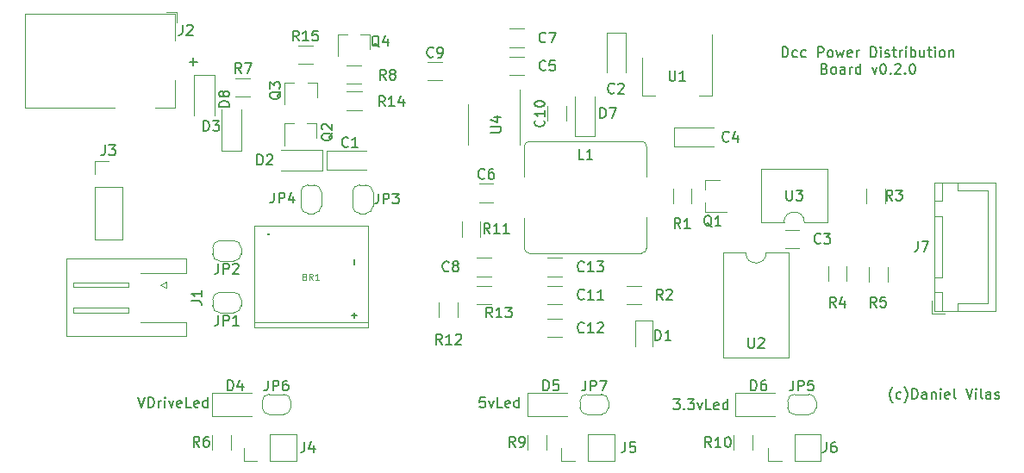
<source format=gbr>
%TF.GenerationSoftware,KiCad,Pcbnew,5.1.10-88a1d61d58~90~ubuntu21.04.1*%
%TF.CreationDate,2021-07-30T10:57:06+02:00*%
%TF.ProjectId,DccDecoder,44636344-6563-46f6-9465-722e6b696361,rev?*%
%TF.SameCoordinates,Original*%
%TF.FileFunction,Legend,Top*%
%TF.FilePolarity,Positive*%
%FSLAX46Y46*%
G04 Gerber Fmt 4.6, Leading zero omitted, Abs format (unit mm)*
G04 Created by KiCad (PCBNEW 5.1.10-88a1d61d58~90~ubuntu21.04.1) date 2021-07-30 10:57:06*
%MOMM*%
%LPD*%
G01*
G04 APERTURE LIST*
%ADD10C,0.150000*%
%ADD11C,0.120000*%
%ADD12C,0.127000*%
%ADD13C,0.015000*%
G04 APERTURE END LIST*
D10*
X78885714Y-58252380D02*
X79504761Y-58252380D01*
X79171428Y-58633333D01*
X79314285Y-58633333D01*
X79409523Y-58680952D01*
X79457142Y-58728571D01*
X79504761Y-58823809D01*
X79504761Y-59061904D01*
X79457142Y-59157142D01*
X79409523Y-59204761D01*
X79314285Y-59252380D01*
X79028571Y-59252380D01*
X78933333Y-59204761D01*
X78885714Y-59157142D01*
X79933333Y-59157142D02*
X79980952Y-59204761D01*
X79933333Y-59252380D01*
X79885714Y-59204761D01*
X79933333Y-59157142D01*
X79933333Y-59252380D01*
X80314285Y-58252380D02*
X80933333Y-58252380D01*
X80600000Y-58633333D01*
X80742857Y-58633333D01*
X80838095Y-58680952D01*
X80885714Y-58728571D01*
X80933333Y-58823809D01*
X80933333Y-59061904D01*
X80885714Y-59157142D01*
X80838095Y-59204761D01*
X80742857Y-59252380D01*
X80457142Y-59252380D01*
X80361904Y-59204761D01*
X80314285Y-59157142D01*
X81266666Y-58585714D02*
X81504761Y-59252380D01*
X81742857Y-58585714D01*
X82600000Y-59252380D02*
X82123809Y-59252380D01*
X82123809Y-58252380D01*
X83314285Y-59204761D02*
X83219047Y-59252380D01*
X83028571Y-59252380D01*
X82933333Y-59204761D01*
X82885714Y-59109523D01*
X82885714Y-58728571D01*
X82933333Y-58633333D01*
X83028571Y-58585714D01*
X83219047Y-58585714D01*
X83314285Y-58633333D01*
X83361904Y-58728571D01*
X83361904Y-58823809D01*
X82885714Y-58919047D01*
X84219047Y-59252380D02*
X84219047Y-58252380D01*
X84219047Y-59204761D02*
X84123809Y-59252380D01*
X83933333Y-59252380D01*
X83838095Y-59204761D01*
X83790476Y-59157142D01*
X83742857Y-59061904D01*
X83742857Y-58776190D01*
X83790476Y-58680952D01*
X83838095Y-58633333D01*
X83933333Y-58585714D01*
X84123809Y-58585714D01*
X84219047Y-58633333D01*
X31369047Y-25071428D02*
X32130952Y-25071428D01*
X31750000Y-25452380D02*
X31750000Y-24690476D01*
X100428571Y-58583333D02*
X100380952Y-58535714D01*
X100285714Y-58392857D01*
X100238095Y-58297619D01*
X100190476Y-58154761D01*
X100142857Y-57916666D01*
X100142857Y-57726190D01*
X100190476Y-57488095D01*
X100238095Y-57345238D01*
X100285714Y-57250000D01*
X100380952Y-57107142D01*
X100428571Y-57059523D01*
X101238095Y-58154761D02*
X101142857Y-58202380D01*
X100952380Y-58202380D01*
X100857142Y-58154761D01*
X100809523Y-58107142D01*
X100761904Y-58011904D01*
X100761904Y-57726190D01*
X100809523Y-57630952D01*
X100857142Y-57583333D01*
X100952380Y-57535714D01*
X101142857Y-57535714D01*
X101238095Y-57583333D01*
X101571428Y-58583333D02*
X101619047Y-58535714D01*
X101714285Y-58392857D01*
X101761904Y-58297619D01*
X101809523Y-58154761D01*
X101857142Y-57916666D01*
X101857142Y-57726190D01*
X101809523Y-57488095D01*
X101761904Y-57345238D01*
X101714285Y-57250000D01*
X101619047Y-57107142D01*
X101571428Y-57059523D01*
X102333333Y-58202380D02*
X102333333Y-57202380D01*
X102571428Y-57202380D01*
X102714285Y-57250000D01*
X102809523Y-57345238D01*
X102857142Y-57440476D01*
X102904761Y-57630952D01*
X102904761Y-57773809D01*
X102857142Y-57964285D01*
X102809523Y-58059523D01*
X102714285Y-58154761D01*
X102571428Y-58202380D01*
X102333333Y-58202380D01*
X103761904Y-58202380D02*
X103761904Y-57678571D01*
X103714285Y-57583333D01*
X103619047Y-57535714D01*
X103428571Y-57535714D01*
X103333333Y-57583333D01*
X103761904Y-58154761D02*
X103666666Y-58202380D01*
X103428571Y-58202380D01*
X103333333Y-58154761D01*
X103285714Y-58059523D01*
X103285714Y-57964285D01*
X103333333Y-57869047D01*
X103428571Y-57821428D01*
X103666666Y-57821428D01*
X103761904Y-57773809D01*
X104238095Y-57535714D02*
X104238095Y-58202380D01*
X104238095Y-57630952D02*
X104285714Y-57583333D01*
X104380952Y-57535714D01*
X104523809Y-57535714D01*
X104619047Y-57583333D01*
X104666666Y-57678571D01*
X104666666Y-58202380D01*
X105142857Y-58202380D02*
X105142857Y-57535714D01*
X105142857Y-57202380D02*
X105095238Y-57250000D01*
X105142857Y-57297619D01*
X105190476Y-57250000D01*
X105142857Y-57202380D01*
X105142857Y-57297619D01*
X106000000Y-58154761D02*
X105904761Y-58202380D01*
X105714285Y-58202380D01*
X105619047Y-58154761D01*
X105571428Y-58059523D01*
X105571428Y-57678571D01*
X105619047Y-57583333D01*
X105714285Y-57535714D01*
X105904761Y-57535714D01*
X106000000Y-57583333D01*
X106047619Y-57678571D01*
X106047619Y-57773809D01*
X105571428Y-57869047D01*
X106619047Y-58202380D02*
X106523809Y-58154761D01*
X106476190Y-58059523D01*
X106476190Y-57202380D01*
X107619047Y-57202380D02*
X107952380Y-58202380D01*
X108285714Y-57202380D01*
X108619047Y-58202380D02*
X108619047Y-57535714D01*
X108619047Y-57202380D02*
X108571428Y-57250000D01*
X108619047Y-57297619D01*
X108666666Y-57250000D01*
X108619047Y-57202380D01*
X108619047Y-57297619D01*
X109238095Y-58202380D02*
X109142857Y-58154761D01*
X109095238Y-58059523D01*
X109095238Y-57202380D01*
X110047619Y-58202380D02*
X110047619Y-57678571D01*
X110000000Y-57583333D01*
X109904761Y-57535714D01*
X109714285Y-57535714D01*
X109619047Y-57583333D01*
X110047619Y-58154761D02*
X109952380Y-58202380D01*
X109714285Y-58202380D01*
X109619047Y-58154761D01*
X109571428Y-58059523D01*
X109571428Y-57964285D01*
X109619047Y-57869047D01*
X109714285Y-57821428D01*
X109952380Y-57821428D01*
X110047619Y-57773809D01*
X110476190Y-58154761D02*
X110571428Y-58202380D01*
X110761904Y-58202380D01*
X110857142Y-58154761D01*
X110904761Y-58059523D01*
X110904761Y-58011904D01*
X110857142Y-57916666D01*
X110761904Y-57869047D01*
X110619047Y-57869047D01*
X110523809Y-57821428D01*
X110476190Y-57726190D01*
X110476190Y-57678571D01*
X110523809Y-57583333D01*
X110619047Y-57535714D01*
X110761904Y-57535714D01*
X110857142Y-57583333D01*
X89595238Y-24627380D02*
X89595238Y-23627380D01*
X89833333Y-23627380D01*
X89976190Y-23675000D01*
X90071428Y-23770238D01*
X90119047Y-23865476D01*
X90166666Y-24055952D01*
X90166666Y-24198809D01*
X90119047Y-24389285D01*
X90071428Y-24484523D01*
X89976190Y-24579761D01*
X89833333Y-24627380D01*
X89595238Y-24627380D01*
X91023809Y-24579761D02*
X90928571Y-24627380D01*
X90738095Y-24627380D01*
X90642857Y-24579761D01*
X90595238Y-24532142D01*
X90547619Y-24436904D01*
X90547619Y-24151190D01*
X90595238Y-24055952D01*
X90642857Y-24008333D01*
X90738095Y-23960714D01*
X90928571Y-23960714D01*
X91023809Y-24008333D01*
X91880952Y-24579761D02*
X91785714Y-24627380D01*
X91595238Y-24627380D01*
X91500000Y-24579761D01*
X91452380Y-24532142D01*
X91404761Y-24436904D01*
X91404761Y-24151190D01*
X91452380Y-24055952D01*
X91500000Y-24008333D01*
X91595238Y-23960714D01*
X91785714Y-23960714D01*
X91880952Y-24008333D01*
X93071428Y-24627380D02*
X93071428Y-23627380D01*
X93452380Y-23627380D01*
X93547619Y-23675000D01*
X93595238Y-23722619D01*
X93642857Y-23817857D01*
X93642857Y-23960714D01*
X93595238Y-24055952D01*
X93547619Y-24103571D01*
X93452380Y-24151190D01*
X93071428Y-24151190D01*
X94214285Y-24627380D02*
X94119047Y-24579761D01*
X94071428Y-24532142D01*
X94023809Y-24436904D01*
X94023809Y-24151190D01*
X94071428Y-24055952D01*
X94119047Y-24008333D01*
X94214285Y-23960714D01*
X94357142Y-23960714D01*
X94452380Y-24008333D01*
X94500000Y-24055952D01*
X94547619Y-24151190D01*
X94547619Y-24436904D01*
X94500000Y-24532142D01*
X94452380Y-24579761D01*
X94357142Y-24627380D01*
X94214285Y-24627380D01*
X94880952Y-23960714D02*
X95071428Y-24627380D01*
X95261904Y-24151190D01*
X95452380Y-24627380D01*
X95642857Y-23960714D01*
X96404761Y-24579761D02*
X96309523Y-24627380D01*
X96119047Y-24627380D01*
X96023809Y-24579761D01*
X95976190Y-24484523D01*
X95976190Y-24103571D01*
X96023809Y-24008333D01*
X96119047Y-23960714D01*
X96309523Y-23960714D01*
X96404761Y-24008333D01*
X96452380Y-24103571D01*
X96452380Y-24198809D01*
X95976190Y-24294047D01*
X96880952Y-24627380D02*
X96880952Y-23960714D01*
X96880952Y-24151190D02*
X96928571Y-24055952D01*
X96976190Y-24008333D01*
X97071428Y-23960714D01*
X97166666Y-23960714D01*
X98261904Y-24627380D02*
X98261904Y-23627380D01*
X98500000Y-23627380D01*
X98642857Y-23675000D01*
X98738095Y-23770238D01*
X98785714Y-23865476D01*
X98833333Y-24055952D01*
X98833333Y-24198809D01*
X98785714Y-24389285D01*
X98738095Y-24484523D01*
X98642857Y-24579761D01*
X98500000Y-24627380D01*
X98261904Y-24627380D01*
X99261904Y-24627380D02*
X99261904Y-23960714D01*
X99261904Y-23627380D02*
X99214285Y-23675000D01*
X99261904Y-23722619D01*
X99309523Y-23675000D01*
X99261904Y-23627380D01*
X99261904Y-23722619D01*
X99690476Y-24579761D02*
X99785714Y-24627380D01*
X99976190Y-24627380D01*
X100071428Y-24579761D01*
X100119047Y-24484523D01*
X100119047Y-24436904D01*
X100071428Y-24341666D01*
X99976190Y-24294047D01*
X99833333Y-24294047D01*
X99738095Y-24246428D01*
X99690476Y-24151190D01*
X99690476Y-24103571D01*
X99738095Y-24008333D01*
X99833333Y-23960714D01*
X99976190Y-23960714D01*
X100071428Y-24008333D01*
X100404761Y-23960714D02*
X100785714Y-23960714D01*
X100547619Y-23627380D02*
X100547619Y-24484523D01*
X100595238Y-24579761D01*
X100690476Y-24627380D01*
X100785714Y-24627380D01*
X101119047Y-24627380D02*
X101119047Y-23960714D01*
X101119047Y-24151190D02*
X101166666Y-24055952D01*
X101214285Y-24008333D01*
X101309523Y-23960714D01*
X101404761Y-23960714D01*
X101738095Y-24627380D02*
X101738095Y-23960714D01*
X101738095Y-23627380D02*
X101690476Y-23675000D01*
X101738095Y-23722619D01*
X101785714Y-23675000D01*
X101738095Y-23627380D01*
X101738095Y-23722619D01*
X102214285Y-24627380D02*
X102214285Y-23627380D01*
X102214285Y-24008333D02*
X102309523Y-23960714D01*
X102500000Y-23960714D01*
X102595238Y-24008333D01*
X102642857Y-24055952D01*
X102690476Y-24151190D01*
X102690476Y-24436904D01*
X102642857Y-24532142D01*
X102595238Y-24579761D01*
X102500000Y-24627380D01*
X102309523Y-24627380D01*
X102214285Y-24579761D01*
X103547619Y-23960714D02*
X103547619Y-24627380D01*
X103119047Y-23960714D02*
X103119047Y-24484523D01*
X103166666Y-24579761D01*
X103261904Y-24627380D01*
X103404761Y-24627380D01*
X103500000Y-24579761D01*
X103547619Y-24532142D01*
X103880952Y-23960714D02*
X104261904Y-23960714D01*
X104023809Y-23627380D02*
X104023809Y-24484523D01*
X104071428Y-24579761D01*
X104166666Y-24627380D01*
X104261904Y-24627380D01*
X104595238Y-24627380D02*
X104595238Y-23960714D01*
X104595238Y-23627380D02*
X104547619Y-23675000D01*
X104595238Y-23722619D01*
X104642857Y-23675000D01*
X104595238Y-23627380D01*
X104595238Y-23722619D01*
X105214285Y-24627380D02*
X105119047Y-24579761D01*
X105071428Y-24532142D01*
X105023809Y-24436904D01*
X105023809Y-24151190D01*
X105071428Y-24055952D01*
X105119047Y-24008333D01*
X105214285Y-23960714D01*
X105357142Y-23960714D01*
X105452380Y-24008333D01*
X105500000Y-24055952D01*
X105547619Y-24151190D01*
X105547619Y-24436904D01*
X105500000Y-24532142D01*
X105452380Y-24579761D01*
X105357142Y-24627380D01*
X105214285Y-24627380D01*
X105976190Y-23960714D02*
X105976190Y-24627380D01*
X105976190Y-24055952D02*
X106023809Y-24008333D01*
X106119047Y-23960714D01*
X106261904Y-23960714D01*
X106357142Y-24008333D01*
X106404761Y-24103571D01*
X106404761Y-24627380D01*
X93738095Y-25753571D02*
X93880952Y-25801190D01*
X93928571Y-25848809D01*
X93976190Y-25944047D01*
X93976190Y-26086904D01*
X93928571Y-26182142D01*
X93880952Y-26229761D01*
X93785714Y-26277380D01*
X93404761Y-26277380D01*
X93404761Y-25277380D01*
X93738095Y-25277380D01*
X93833333Y-25325000D01*
X93880952Y-25372619D01*
X93928571Y-25467857D01*
X93928571Y-25563095D01*
X93880952Y-25658333D01*
X93833333Y-25705952D01*
X93738095Y-25753571D01*
X93404761Y-25753571D01*
X94547619Y-26277380D02*
X94452380Y-26229761D01*
X94404761Y-26182142D01*
X94357142Y-26086904D01*
X94357142Y-25801190D01*
X94404761Y-25705952D01*
X94452380Y-25658333D01*
X94547619Y-25610714D01*
X94690476Y-25610714D01*
X94785714Y-25658333D01*
X94833333Y-25705952D01*
X94880952Y-25801190D01*
X94880952Y-26086904D01*
X94833333Y-26182142D01*
X94785714Y-26229761D01*
X94690476Y-26277380D01*
X94547619Y-26277380D01*
X95738095Y-26277380D02*
X95738095Y-25753571D01*
X95690476Y-25658333D01*
X95595238Y-25610714D01*
X95404761Y-25610714D01*
X95309523Y-25658333D01*
X95738095Y-26229761D02*
X95642857Y-26277380D01*
X95404761Y-26277380D01*
X95309523Y-26229761D01*
X95261904Y-26134523D01*
X95261904Y-26039285D01*
X95309523Y-25944047D01*
X95404761Y-25896428D01*
X95642857Y-25896428D01*
X95738095Y-25848809D01*
X96214285Y-26277380D02*
X96214285Y-25610714D01*
X96214285Y-25801190D02*
X96261904Y-25705952D01*
X96309523Y-25658333D01*
X96404761Y-25610714D01*
X96500000Y-25610714D01*
X97261904Y-26277380D02*
X97261904Y-25277380D01*
X97261904Y-26229761D02*
X97166666Y-26277380D01*
X96976190Y-26277380D01*
X96880952Y-26229761D01*
X96833333Y-26182142D01*
X96785714Y-26086904D01*
X96785714Y-25801190D01*
X96833333Y-25705952D01*
X96880952Y-25658333D01*
X96976190Y-25610714D01*
X97166666Y-25610714D01*
X97261904Y-25658333D01*
X98404761Y-25610714D02*
X98642857Y-26277380D01*
X98880952Y-25610714D01*
X99452380Y-25277380D02*
X99547619Y-25277380D01*
X99642857Y-25325000D01*
X99690476Y-25372619D01*
X99738095Y-25467857D01*
X99785714Y-25658333D01*
X99785714Y-25896428D01*
X99738095Y-26086904D01*
X99690476Y-26182142D01*
X99642857Y-26229761D01*
X99547619Y-26277380D01*
X99452380Y-26277380D01*
X99357142Y-26229761D01*
X99309523Y-26182142D01*
X99261904Y-26086904D01*
X99214285Y-25896428D01*
X99214285Y-25658333D01*
X99261904Y-25467857D01*
X99309523Y-25372619D01*
X99357142Y-25325000D01*
X99452380Y-25277380D01*
X100214285Y-26182142D02*
X100261904Y-26229761D01*
X100214285Y-26277380D01*
X100166666Y-26229761D01*
X100214285Y-26182142D01*
X100214285Y-26277380D01*
X100642857Y-25372619D02*
X100690476Y-25325000D01*
X100785714Y-25277380D01*
X101023809Y-25277380D01*
X101119047Y-25325000D01*
X101166666Y-25372619D01*
X101214285Y-25467857D01*
X101214285Y-25563095D01*
X101166666Y-25705952D01*
X100595238Y-26277380D01*
X101214285Y-26277380D01*
X101642857Y-26182142D02*
X101690476Y-26229761D01*
X101642857Y-26277380D01*
X101595238Y-26229761D01*
X101642857Y-26182142D01*
X101642857Y-26277380D01*
X102309523Y-25277380D02*
X102404761Y-25277380D01*
X102500000Y-25325000D01*
X102547619Y-25372619D01*
X102595238Y-25467857D01*
X102642857Y-25658333D01*
X102642857Y-25896428D01*
X102595238Y-26086904D01*
X102547619Y-26182142D01*
X102500000Y-26229761D01*
X102404761Y-26277380D01*
X102309523Y-26277380D01*
X102214285Y-26229761D01*
X102166666Y-26182142D01*
X102119047Y-26086904D01*
X102071428Y-25896428D01*
X102071428Y-25658333D01*
X102119047Y-25467857D01*
X102166666Y-25372619D01*
X102214285Y-25325000D01*
X102309523Y-25277380D01*
X60371428Y-58052380D02*
X59895238Y-58052380D01*
X59847619Y-58528571D01*
X59895238Y-58480952D01*
X59990476Y-58433333D01*
X60228571Y-58433333D01*
X60323809Y-58480952D01*
X60371428Y-58528571D01*
X60419047Y-58623809D01*
X60419047Y-58861904D01*
X60371428Y-58957142D01*
X60323809Y-59004761D01*
X60228571Y-59052380D01*
X59990476Y-59052380D01*
X59895238Y-59004761D01*
X59847619Y-58957142D01*
X60752380Y-58385714D02*
X60990476Y-59052380D01*
X61228571Y-58385714D01*
X62085714Y-59052380D02*
X61609523Y-59052380D01*
X61609523Y-58052380D01*
X62800000Y-59004761D02*
X62704761Y-59052380D01*
X62514285Y-59052380D01*
X62419047Y-59004761D01*
X62371428Y-58909523D01*
X62371428Y-58528571D01*
X62419047Y-58433333D01*
X62514285Y-58385714D01*
X62704761Y-58385714D01*
X62800000Y-58433333D01*
X62847619Y-58528571D01*
X62847619Y-58623809D01*
X62371428Y-58719047D01*
X63704761Y-59052380D02*
X63704761Y-58052380D01*
X63704761Y-59004761D02*
X63609523Y-59052380D01*
X63419047Y-59052380D01*
X63323809Y-59004761D01*
X63276190Y-58957142D01*
X63228571Y-58861904D01*
X63228571Y-58576190D01*
X63276190Y-58480952D01*
X63323809Y-58433333D01*
X63419047Y-58385714D01*
X63609523Y-58385714D01*
X63704761Y-58433333D01*
X26323809Y-58052380D02*
X26657142Y-59052380D01*
X26990476Y-58052380D01*
X27323809Y-59052380D02*
X27323809Y-58052380D01*
X27561904Y-58052380D01*
X27704761Y-58100000D01*
X27800000Y-58195238D01*
X27847619Y-58290476D01*
X27895238Y-58480952D01*
X27895238Y-58623809D01*
X27847619Y-58814285D01*
X27800000Y-58909523D01*
X27704761Y-59004761D01*
X27561904Y-59052380D01*
X27323809Y-59052380D01*
X28323809Y-59052380D02*
X28323809Y-58385714D01*
X28323809Y-58576190D02*
X28371428Y-58480952D01*
X28419047Y-58433333D01*
X28514285Y-58385714D01*
X28609523Y-58385714D01*
X28942857Y-59052380D02*
X28942857Y-58385714D01*
X28942857Y-58052380D02*
X28895238Y-58100000D01*
X28942857Y-58147619D01*
X28990476Y-58100000D01*
X28942857Y-58052380D01*
X28942857Y-58147619D01*
X29323809Y-58385714D02*
X29561904Y-59052380D01*
X29800000Y-58385714D01*
X30561904Y-59004761D02*
X30466666Y-59052380D01*
X30276190Y-59052380D01*
X30180952Y-59004761D01*
X30133333Y-58909523D01*
X30133333Y-58528571D01*
X30180952Y-58433333D01*
X30276190Y-58385714D01*
X30466666Y-58385714D01*
X30561904Y-58433333D01*
X30609523Y-58528571D01*
X30609523Y-58623809D01*
X30133333Y-58719047D01*
X31514285Y-59052380D02*
X31038095Y-59052380D01*
X31038095Y-58052380D01*
X32228571Y-59004761D02*
X32133333Y-59052380D01*
X31942857Y-59052380D01*
X31847619Y-59004761D01*
X31800000Y-58909523D01*
X31800000Y-58528571D01*
X31847619Y-58433333D01*
X31942857Y-58385714D01*
X32133333Y-58385714D01*
X32228571Y-58433333D01*
X32276190Y-58528571D01*
X32276190Y-58623809D01*
X31800000Y-58719047D01*
X33133333Y-59052380D02*
X33133333Y-58052380D01*
X33133333Y-59004761D02*
X33038095Y-59052380D01*
X32847619Y-59052380D01*
X32752380Y-59004761D01*
X32704761Y-58957142D01*
X32657142Y-58861904D01*
X32657142Y-58576190D01*
X32704761Y-58480952D01*
X32752380Y-58433333D01*
X32847619Y-58385714D01*
X33038095Y-58385714D01*
X33133333Y-58433333D01*
D11*
%TO.C,D8*%
X33800000Y-26350000D02*
X33800000Y-30400000D01*
X31800000Y-26350000D02*
X31800000Y-30400000D01*
X33800000Y-26350000D02*
X31800000Y-26350000D01*
%TO.C,R15*%
X42010436Y-25310000D02*
X43464564Y-25310000D01*
X42010436Y-23490000D02*
X43464564Y-23490000D01*
%TO.C,R14*%
X48264564Y-27990000D02*
X46810436Y-27990000D01*
X48264564Y-29810000D02*
X46810436Y-29810000D01*
%TO.C,Q3*%
X43880000Y-27140000D02*
X43880000Y-28600000D01*
X40720000Y-27140000D02*
X40720000Y-29300000D01*
X40720000Y-27140000D02*
X41650000Y-27140000D01*
X43880000Y-27140000D02*
X42950000Y-27140000D01*
%TO.C,L1*%
X64750000Y-32900000D02*
X75750000Y-32900000D01*
X76250000Y-40350000D02*
X76250000Y-43400000D01*
X75750000Y-43900000D02*
X64750000Y-43900000D01*
X64250000Y-43400000D02*
X64250000Y-40400000D01*
X76250000Y-33400000D02*
X76250000Y-36400000D01*
X64250000Y-36400000D02*
X64250000Y-33400000D01*
X76250000Y-43400000D02*
G75*
G02*
X75750000Y-43900000I-500000J0D01*
G01*
X64750000Y-43900000D02*
G75*
G02*
X64250000Y-43400000I0J500000D01*
G01*
X75750000Y-32900000D02*
G75*
G02*
X76250000Y-33400000I0J-500000D01*
G01*
X64250000Y-33400000D02*
G75*
G02*
X64750000Y-32900000I500000J0D01*
G01*
%TO.C,J6*%
X88170000Y-64330000D02*
X88170000Y-63000000D01*
X89500000Y-64330000D02*
X88170000Y-64330000D01*
X90770000Y-64330000D02*
X90770000Y-61670000D01*
X90770000Y-61670000D02*
X93370000Y-61670000D01*
X90770000Y-64330000D02*
X93370000Y-64330000D01*
X93370000Y-64330000D02*
X93370000Y-61670000D01*
%TO.C,J5*%
X67880000Y-64330000D02*
X67880000Y-63000000D01*
X69210000Y-64330000D02*
X67880000Y-64330000D01*
X70480000Y-64330000D02*
X70480000Y-61670000D01*
X70480000Y-61670000D02*
X73080000Y-61670000D01*
X70480000Y-64330000D02*
X73080000Y-64330000D01*
X73080000Y-64330000D02*
X73080000Y-61670000D01*
%TO.C,R11*%
X58090000Y-40810436D02*
X58090000Y-42264564D01*
X59910000Y-40810436D02*
X59910000Y-42264564D01*
%TO.C,R13*%
X59560436Y-47090000D02*
X61014564Y-47090000D01*
X59560436Y-48910000D02*
X61014564Y-48910000D01*
%TO.C,R12*%
X55840000Y-50189564D02*
X55840000Y-48735436D01*
X57660000Y-50189564D02*
X57660000Y-48735436D01*
%TO.C,C11*%
X67936252Y-48910000D02*
X66513748Y-48910000D01*
X67936252Y-47090000D02*
X66513748Y-47090000D01*
%TO.C,U4*%
X63810000Y-31250000D02*
X63810000Y-27800000D01*
X63810000Y-31250000D02*
X63810000Y-33200000D01*
X58690000Y-31250000D02*
X58690000Y-29300000D01*
X58690000Y-31250000D02*
X58690000Y-33200000D01*
%TO.C,D7*%
X69200000Y-32400000D02*
X69200000Y-28500000D01*
X71200000Y-32400000D02*
X71200000Y-28500000D01*
X69200000Y-32400000D02*
X71200000Y-32400000D01*
%TO.C,D3*%
X34480000Y-33820000D02*
X34480000Y-29770000D01*
X36480000Y-33820000D02*
X36480000Y-29770000D01*
X34480000Y-33820000D02*
X36480000Y-33820000D01*
%TO.C,D2*%
X44420000Y-35770000D02*
X40370000Y-35770000D01*
X44420000Y-33770000D02*
X40370000Y-33770000D01*
X44420000Y-35770000D02*
X44420000Y-33770000D01*
%TO.C,D1*%
X76850000Y-50500000D02*
X76850000Y-53050000D01*
X75150000Y-50500000D02*
X75150000Y-53050000D01*
X76850000Y-50500000D02*
X75150000Y-50500000D01*
%TO.C,C13*%
X67961252Y-44340000D02*
X66538748Y-44340000D01*
X67961252Y-46160000D02*
X66538748Y-46160000D01*
%TO.C,C9*%
X56186252Y-25090000D02*
X54763748Y-25090000D01*
X56186252Y-26910000D02*
X54763748Y-26910000D01*
%TO.C,C8*%
X59563748Y-46160000D02*
X60986252Y-46160000D01*
X59563748Y-44340000D02*
X60986252Y-44340000D01*
%TO.C,C7*%
X62788748Y-23660000D02*
X64211252Y-23660000D01*
X62788748Y-21840000D02*
X64211252Y-21840000D01*
%TO.C,C6*%
X59788748Y-38910000D02*
X61211252Y-38910000D01*
X59788748Y-37090000D02*
X61211252Y-37090000D01*
%TO.C,R5*%
X98090000Y-46727064D02*
X98090000Y-45272936D01*
X99910000Y-46727064D02*
X99910000Y-45272936D01*
%TO.C,R4*%
X94090000Y-46639564D02*
X94090000Y-45185436D01*
X95910000Y-46639564D02*
X95910000Y-45185436D01*
%TO.C,R3*%
X99660000Y-37522936D02*
X99660000Y-38977064D01*
X97840000Y-37522936D02*
X97840000Y-38977064D01*
%TO.C,R2*%
X75727064Y-48910000D02*
X74272936Y-48910000D01*
X75727064Y-47090000D02*
X74272936Y-47090000D01*
%TO.C,C1*%
X48700000Y-33835000D02*
X44790000Y-33835000D01*
X44790000Y-33835000D02*
X44790000Y-35705000D01*
X44790000Y-35705000D02*
X48700000Y-35705000D01*
%TO.C,C3*%
X91261252Y-43410000D02*
X89838748Y-43410000D01*
X91261252Y-41590000D02*
X89838748Y-41590000D01*
%TO.C,R10*%
X84802500Y-61735436D02*
X84802500Y-63189564D01*
X86622500Y-61735436D02*
X86622500Y-63189564D01*
%TO.C,C12*%
X67961252Y-52160000D02*
X66538748Y-52160000D01*
X67961252Y-50340000D02*
X66538748Y-50340000D01*
%TO.C,C10*%
X68360000Y-29463748D02*
X68360000Y-30886252D01*
X66540000Y-29463748D02*
X66540000Y-30886252D01*
%TO.C,C5*%
X62788748Y-24590000D02*
X64211252Y-24590000D01*
X62788748Y-26410000D02*
X64211252Y-26410000D01*
%TO.C,J2*%
X29900000Y-20400000D02*
X29900000Y-23000000D01*
X15200000Y-20400000D02*
X29900000Y-20400000D01*
X29900000Y-29600000D02*
X28000000Y-29600000D01*
X29900000Y-26900000D02*
X29900000Y-29600000D01*
X15200000Y-29600000D02*
X15200000Y-20400000D01*
X24000000Y-29600000D02*
X15200000Y-29600000D01*
X29050000Y-20200000D02*
X30100000Y-20200000D01*
X30100000Y-21250000D02*
X30100000Y-20200000D01*
%TO.C,J7*%
X104250000Y-49850000D02*
X105500000Y-49850000D01*
X104250000Y-48600000D02*
X104250000Y-49850000D01*
X109750000Y-37700000D02*
X109750000Y-43250000D01*
X106800000Y-37700000D02*
X109750000Y-37700000D01*
X106800000Y-36950000D02*
X106800000Y-37700000D01*
X109750000Y-48800000D02*
X109750000Y-43250000D01*
X106800000Y-48800000D02*
X109750000Y-48800000D01*
X106800000Y-49550000D02*
X106800000Y-48800000D01*
X104550000Y-36950000D02*
X104550000Y-38750000D01*
X105300000Y-36950000D02*
X104550000Y-36950000D01*
X105300000Y-38750000D02*
X105300000Y-36950000D01*
X104550000Y-38750000D02*
X105300000Y-38750000D01*
X104550000Y-47750000D02*
X104550000Y-49550000D01*
X105300000Y-47750000D02*
X104550000Y-47750000D01*
X105300000Y-49550000D02*
X105300000Y-47750000D01*
X104550000Y-49550000D02*
X105300000Y-49550000D01*
X104550000Y-40250000D02*
X104550000Y-46250000D01*
X105300000Y-40250000D02*
X104550000Y-40250000D01*
X105300000Y-46250000D02*
X105300000Y-40250000D01*
X104550000Y-46250000D02*
X105300000Y-46250000D01*
X104540000Y-36940000D02*
X104540000Y-49560000D01*
X110510000Y-36940000D02*
X104540000Y-36940000D01*
X110510000Y-49560000D02*
X110510000Y-36940000D01*
X104540000Y-49560000D02*
X110510000Y-49560000D01*
%TO.C,J4*%
X36670000Y-64330000D02*
X36670000Y-63000000D01*
X38000000Y-64330000D02*
X36670000Y-64330000D01*
X39270000Y-64330000D02*
X39270000Y-61670000D01*
X39270000Y-61670000D02*
X41870000Y-61670000D01*
X39270000Y-64330000D02*
X41870000Y-64330000D01*
X41870000Y-64330000D02*
X41870000Y-61670000D01*
%TO.C,R9*%
X64590000Y-61735436D02*
X64590000Y-63189564D01*
X66410000Y-61735436D02*
X66410000Y-63189564D01*
%TO.C,R6*%
X33590000Y-61735436D02*
X33590000Y-63189564D01*
X35410000Y-61735436D02*
X35410000Y-63189564D01*
%TO.C,JP7*%
X70400000Y-57750000D02*
X71800000Y-57750000D01*
X72500000Y-58450000D02*
X72500000Y-59050000D01*
X71800000Y-59750000D02*
X70400000Y-59750000D01*
X69700000Y-59050000D02*
X69700000Y-58450000D01*
X69700000Y-58450000D02*
G75*
G02*
X70400000Y-57750000I700000J0D01*
G01*
X70400000Y-59750000D02*
G75*
G02*
X69700000Y-59050000I0J700000D01*
G01*
X72500000Y-59050000D02*
G75*
G02*
X71800000Y-59750000I-700000J0D01*
G01*
X71800000Y-57750000D02*
G75*
G02*
X72500000Y-58450000I0J-700000D01*
G01*
%TO.C,JP6*%
X39200000Y-57750000D02*
X40600000Y-57750000D01*
X41300000Y-58450000D02*
X41300000Y-59050000D01*
X40600000Y-59750000D02*
X39200000Y-59750000D01*
X38500000Y-59050000D02*
X38500000Y-58450000D01*
X38500000Y-58450000D02*
G75*
G02*
X39200000Y-57750000I700000J0D01*
G01*
X39200000Y-59750000D02*
G75*
G02*
X38500000Y-59050000I0J700000D01*
G01*
X41300000Y-59050000D02*
G75*
G02*
X40600000Y-59750000I-700000J0D01*
G01*
X40600000Y-57750000D02*
G75*
G02*
X41300000Y-58450000I0J-700000D01*
G01*
%TO.C,JP5*%
X90800000Y-57750000D02*
X92200000Y-57750000D01*
X92900000Y-58450000D02*
X92900000Y-59050000D01*
X92200000Y-59750000D02*
X90800000Y-59750000D01*
X90100000Y-59050000D02*
X90100000Y-58450000D01*
X90100000Y-58450000D02*
G75*
G02*
X90800000Y-57750000I700000J0D01*
G01*
X90800000Y-59750000D02*
G75*
G02*
X90100000Y-59050000I0J700000D01*
G01*
X92900000Y-59050000D02*
G75*
G02*
X92200000Y-59750000I-700000J0D01*
G01*
X92200000Y-57750000D02*
G75*
G02*
X92900000Y-58450000I0J-700000D01*
G01*
%TO.C,D6*%
X84965000Y-59885000D02*
X88850000Y-59885000D01*
X84965000Y-57615000D02*
X84965000Y-59885000D01*
X88850000Y-57615000D02*
X84965000Y-57615000D01*
%TO.C,D5*%
X64565000Y-59885000D02*
X68450000Y-59885000D01*
X64565000Y-57615000D02*
X64565000Y-59885000D01*
X68450000Y-57615000D02*
X64565000Y-57615000D01*
%TO.C,D4*%
X33565000Y-59885000D02*
X37450000Y-59885000D01*
X33565000Y-57615000D02*
X33565000Y-59885000D01*
X37450000Y-57615000D02*
X33565000Y-57615000D01*
%TO.C,BR1*%
X48890000Y-41200000D02*
X48890000Y-51200000D01*
X48890000Y-51200000D02*
X37690000Y-51200000D01*
X37690000Y-51200000D02*
X37690000Y-41200000D01*
X37690000Y-41200000D02*
X48890000Y-41200000D01*
X48890000Y-50700000D02*
X37690000Y-50700000D01*
D12*
X47822000Y-49970000D02*
X47322000Y-49970000D01*
X47572000Y-49720000D02*
X47572000Y-50220000D01*
X47557200Y-44523600D02*
X47557200Y-45023600D01*
D11*
%TO.C,U1*%
X82660000Y-22400000D02*
X82660000Y-28410000D01*
X75840000Y-24650000D02*
X75840000Y-28410000D01*
X82660000Y-28410000D02*
X81400000Y-28410000D01*
X75840000Y-28410000D02*
X77100000Y-28410000D01*
%TO.C,R8*%
X48249564Y-25440000D02*
X46795436Y-25440000D01*
X48249564Y-27260000D02*
X46795436Y-27260000D01*
%TO.C,R7*%
X37284564Y-26700000D02*
X35830436Y-26700000D01*
X37284564Y-28520000D02*
X35830436Y-28520000D01*
%TO.C,Q4*%
X49080000Y-22390000D02*
X49080000Y-23850000D01*
X45920000Y-22390000D02*
X45920000Y-24550000D01*
X45920000Y-22390000D02*
X46850000Y-22390000D01*
X49080000Y-22390000D02*
X48150000Y-22390000D01*
%TO.C,Q2*%
X43830000Y-31140000D02*
X43830000Y-32600000D01*
X40670000Y-31140000D02*
X40670000Y-33300000D01*
X40670000Y-31140000D02*
X41600000Y-31140000D01*
X43830000Y-31140000D02*
X42900000Y-31140000D01*
%TO.C,J3*%
X22070000Y-34820000D02*
X23400000Y-34820000D01*
X22070000Y-36150000D02*
X22070000Y-34820000D01*
X22070000Y-37420000D02*
X24730000Y-37420000D01*
X24730000Y-37420000D02*
X24730000Y-42560000D01*
X22070000Y-37420000D02*
X22070000Y-42560000D01*
X22070000Y-42560000D02*
X24730000Y-42560000D01*
%TO.C,C4*%
X78940000Y-33435000D02*
X82850000Y-33435000D01*
X78940000Y-31565000D02*
X78940000Y-33435000D01*
X82850000Y-31565000D02*
X78940000Y-31565000D01*
%TO.C,C2*%
X72315000Y-22190000D02*
X72315000Y-26100000D01*
X74185000Y-22190000D02*
X72315000Y-22190000D01*
X74185000Y-26100000D02*
X74185000Y-22190000D01*
%TO.C,U3*%
X91750000Y-40850000D02*
X93985000Y-40850000D01*
X93985000Y-40850000D02*
X93985000Y-35650000D01*
X93985000Y-35650000D02*
X87515000Y-35650000D01*
X87515000Y-35650000D02*
X87515000Y-40850000D01*
X87515000Y-40850000D02*
X89750000Y-40850000D01*
X89750000Y-40850000D02*
G75*
G02*
X91750000Y-40850000I1000000J0D01*
G01*
%TO.C,U2*%
X86000000Y-43860000D02*
X83765000Y-43860000D01*
X83765000Y-43860000D02*
X83765000Y-54140000D01*
X83765000Y-54140000D02*
X90235000Y-54140000D01*
X90235000Y-54140000D02*
X90235000Y-43860000D01*
X90235000Y-43860000D02*
X88000000Y-43860000D01*
X88000000Y-43860000D02*
G75*
G02*
X86000000Y-43860000I-1000000J0D01*
G01*
%TO.C,R1*%
X80660000Y-37522936D02*
X80660000Y-38977064D01*
X78840000Y-37522936D02*
X78840000Y-38977064D01*
%TO.C,Q1*%
X81990000Y-36670000D02*
X81990000Y-37600000D01*
X81990000Y-39830000D02*
X81990000Y-38900000D01*
X81990000Y-39830000D02*
X84150000Y-39830000D01*
X81990000Y-36670000D02*
X83450000Y-36670000D01*
%TO.C,JP4*%
X43590000Y-39980000D02*
X42990000Y-39980000D01*
X44290000Y-37880000D02*
X44290000Y-39280000D01*
X42990000Y-37180000D02*
X43590000Y-37180000D01*
X42290000Y-39280000D02*
X42290000Y-37880000D01*
X42990000Y-39980000D02*
G75*
G02*
X42290000Y-39280000I0J700000D01*
G01*
X44290000Y-39280000D02*
G75*
G02*
X43590000Y-39980000I-700000J0D01*
G01*
X43590000Y-37180000D02*
G75*
G02*
X44290000Y-37880000I0J-700000D01*
G01*
X42290000Y-37880000D02*
G75*
G02*
X42990000Y-37180000I700000J0D01*
G01*
%TO.C,JP3*%
X48670000Y-39980000D02*
X48070000Y-39980000D01*
X49370000Y-37880000D02*
X49370000Y-39280000D01*
X48070000Y-37180000D02*
X48670000Y-37180000D01*
X47370000Y-39280000D02*
X47370000Y-37880000D01*
X48070000Y-39980000D02*
G75*
G02*
X47370000Y-39280000I0J700000D01*
G01*
X49370000Y-39280000D02*
G75*
G02*
X48670000Y-39980000I-700000J0D01*
G01*
X48670000Y-37180000D02*
G75*
G02*
X49370000Y-37880000I0J-700000D01*
G01*
X47370000Y-37880000D02*
G75*
G02*
X48070000Y-37180000I700000J0D01*
G01*
%TO.C,JP2*%
X36420000Y-43360000D02*
X36420000Y-43960000D01*
X34320000Y-42660000D02*
X35720000Y-42660000D01*
X33620000Y-43960000D02*
X33620000Y-43360000D01*
X35720000Y-44660000D02*
X34320000Y-44660000D01*
X36420000Y-43960000D02*
G75*
G02*
X35720000Y-44660000I-700000J0D01*
G01*
X35720000Y-42660000D02*
G75*
G02*
X36420000Y-43360000I0J-700000D01*
G01*
X33620000Y-43360000D02*
G75*
G02*
X34320000Y-42660000I700000J0D01*
G01*
X34320000Y-44660000D02*
G75*
G02*
X33620000Y-43960000I0J700000D01*
G01*
%TO.C,JP1*%
X36420000Y-48440000D02*
X36420000Y-49040000D01*
X34320000Y-47740000D02*
X35720000Y-47740000D01*
X33620000Y-49040000D02*
X33620000Y-48440000D01*
X35720000Y-49740000D02*
X34320000Y-49740000D01*
X36420000Y-49040000D02*
G75*
G02*
X35720000Y-49740000I-700000J0D01*
G01*
X35720000Y-47740000D02*
G75*
G02*
X36420000Y-48440000I0J-700000D01*
G01*
X33620000Y-48440000D02*
G75*
G02*
X34320000Y-47740000I700000J0D01*
G01*
X34320000Y-49740000D02*
G75*
G02*
X33620000Y-49040000I0J700000D01*
G01*
%TO.C,J1*%
X19290000Y-48250000D02*
X19290000Y-44440000D01*
X19290000Y-44440000D02*
X31010000Y-44440000D01*
X31010000Y-44440000D02*
X31010000Y-45860000D01*
X31010000Y-45860000D02*
X26510000Y-45860000D01*
X19290000Y-48250000D02*
X19290000Y-52060000D01*
X19290000Y-52060000D02*
X31010000Y-52060000D01*
X31010000Y-52060000D02*
X31010000Y-50640000D01*
X31010000Y-50640000D02*
X26510000Y-50640000D01*
X25400000Y-46750000D02*
X19900000Y-46750000D01*
X19900000Y-46750000D02*
X19900000Y-47250000D01*
X19900000Y-47250000D02*
X25400000Y-47250000D01*
X25400000Y-47250000D02*
X25400000Y-46750000D01*
X25400000Y-49250000D02*
X19900000Y-49250000D01*
X19900000Y-49250000D02*
X19900000Y-49750000D01*
X19900000Y-49750000D02*
X25400000Y-49750000D01*
X25400000Y-49750000D02*
X25400000Y-49250000D01*
X28500000Y-47000000D02*
X29100000Y-46700000D01*
X29100000Y-46700000D02*
X29100000Y-47300000D01*
X29100000Y-47300000D02*
X28500000Y-47000000D01*
%TO.C,D8*%
D10*
X35252380Y-29488095D02*
X34252380Y-29488095D01*
X34252380Y-29250000D01*
X34300000Y-29107142D01*
X34395238Y-29011904D01*
X34490476Y-28964285D01*
X34680952Y-28916666D01*
X34823809Y-28916666D01*
X35014285Y-28964285D01*
X35109523Y-29011904D01*
X35204761Y-29107142D01*
X35252380Y-29250000D01*
X35252380Y-29488095D01*
X34680952Y-28345238D02*
X34633333Y-28440476D01*
X34585714Y-28488095D01*
X34490476Y-28535714D01*
X34442857Y-28535714D01*
X34347619Y-28488095D01*
X34300000Y-28440476D01*
X34252380Y-28345238D01*
X34252380Y-28154761D01*
X34300000Y-28059523D01*
X34347619Y-28011904D01*
X34442857Y-27964285D01*
X34490476Y-27964285D01*
X34585714Y-28011904D01*
X34633333Y-28059523D01*
X34680952Y-28154761D01*
X34680952Y-28345238D01*
X34728571Y-28440476D01*
X34776190Y-28488095D01*
X34871428Y-28535714D01*
X35061904Y-28535714D01*
X35157142Y-28488095D01*
X35204761Y-28440476D01*
X35252380Y-28345238D01*
X35252380Y-28154761D01*
X35204761Y-28059523D01*
X35157142Y-28011904D01*
X35061904Y-27964285D01*
X34871428Y-27964285D01*
X34776190Y-28011904D01*
X34728571Y-28059523D01*
X34680952Y-28154761D01*
%TO.C,R15*%
X42094642Y-23032380D02*
X41761309Y-22556190D01*
X41523214Y-23032380D02*
X41523214Y-22032380D01*
X41904166Y-22032380D01*
X41999404Y-22080000D01*
X42047023Y-22127619D01*
X42094642Y-22222857D01*
X42094642Y-22365714D01*
X42047023Y-22460952D01*
X41999404Y-22508571D01*
X41904166Y-22556190D01*
X41523214Y-22556190D01*
X43047023Y-23032380D02*
X42475595Y-23032380D01*
X42761309Y-23032380D02*
X42761309Y-22032380D01*
X42666071Y-22175238D01*
X42570833Y-22270476D01*
X42475595Y-22318095D01*
X43951785Y-22032380D02*
X43475595Y-22032380D01*
X43427976Y-22508571D01*
X43475595Y-22460952D01*
X43570833Y-22413333D01*
X43808928Y-22413333D01*
X43904166Y-22460952D01*
X43951785Y-22508571D01*
X43999404Y-22603809D01*
X43999404Y-22841904D01*
X43951785Y-22937142D01*
X43904166Y-22984761D01*
X43808928Y-23032380D01*
X43570833Y-23032380D01*
X43475595Y-22984761D01*
X43427976Y-22937142D01*
%TO.C,R14*%
X50557142Y-29452380D02*
X50223809Y-28976190D01*
X49985714Y-29452380D02*
X49985714Y-28452380D01*
X50366666Y-28452380D01*
X50461904Y-28500000D01*
X50509523Y-28547619D01*
X50557142Y-28642857D01*
X50557142Y-28785714D01*
X50509523Y-28880952D01*
X50461904Y-28928571D01*
X50366666Y-28976190D01*
X49985714Y-28976190D01*
X51509523Y-29452380D02*
X50938095Y-29452380D01*
X51223809Y-29452380D02*
X51223809Y-28452380D01*
X51128571Y-28595238D01*
X51033333Y-28690476D01*
X50938095Y-28738095D01*
X52366666Y-28785714D02*
X52366666Y-29452380D01*
X52128571Y-28404761D02*
X51890476Y-29119047D01*
X52509523Y-29119047D01*
%TO.C,Q3*%
X40347619Y-27995238D02*
X40300000Y-28090476D01*
X40204761Y-28185714D01*
X40061904Y-28328571D01*
X40014285Y-28423809D01*
X40014285Y-28519047D01*
X40252380Y-28471428D02*
X40204761Y-28566666D01*
X40109523Y-28661904D01*
X39919047Y-28709523D01*
X39585714Y-28709523D01*
X39395238Y-28661904D01*
X39300000Y-28566666D01*
X39252380Y-28471428D01*
X39252380Y-28280952D01*
X39300000Y-28185714D01*
X39395238Y-28090476D01*
X39585714Y-28042857D01*
X39919047Y-28042857D01*
X40109523Y-28090476D01*
X40204761Y-28185714D01*
X40252380Y-28280952D01*
X40252380Y-28471428D01*
X39252380Y-27709523D02*
X39252380Y-27090476D01*
X39633333Y-27423809D01*
X39633333Y-27280952D01*
X39680952Y-27185714D01*
X39728571Y-27138095D01*
X39823809Y-27090476D01*
X40061904Y-27090476D01*
X40157142Y-27138095D01*
X40204761Y-27185714D01*
X40252380Y-27280952D01*
X40252380Y-27566666D01*
X40204761Y-27661904D01*
X40157142Y-27709523D01*
%TO.C,L1*%
X70083333Y-34652380D02*
X69607142Y-34652380D01*
X69607142Y-33652380D01*
X70940476Y-34652380D02*
X70369047Y-34652380D01*
X70654761Y-34652380D02*
X70654761Y-33652380D01*
X70559523Y-33795238D01*
X70464285Y-33890476D01*
X70369047Y-33938095D01*
%TO.C,J6*%
X93916666Y-62452380D02*
X93916666Y-63166666D01*
X93869047Y-63309523D01*
X93773809Y-63404761D01*
X93630952Y-63452380D01*
X93535714Y-63452380D01*
X94821428Y-62452380D02*
X94630952Y-62452380D01*
X94535714Y-62500000D01*
X94488095Y-62547619D01*
X94392857Y-62690476D01*
X94345238Y-62880952D01*
X94345238Y-63261904D01*
X94392857Y-63357142D01*
X94440476Y-63404761D01*
X94535714Y-63452380D01*
X94726190Y-63452380D01*
X94821428Y-63404761D01*
X94869047Y-63357142D01*
X94916666Y-63261904D01*
X94916666Y-63023809D01*
X94869047Y-62928571D01*
X94821428Y-62880952D01*
X94726190Y-62833333D01*
X94535714Y-62833333D01*
X94440476Y-62880952D01*
X94392857Y-62928571D01*
X94345238Y-63023809D01*
%TO.C,J5*%
X74166666Y-62452380D02*
X74166666Y-63166666D01*
X74119047Y-63309523D01*
X74023809Y-63404761D01*
X73880952Y-63452380D01*
X73785714Y-63452380D01*
X75119047Y-62452380D02*
X74642857Y-62452380D01*
X74595238Y-62928571D01*
X74642857Y-62880952D01*
X74738095Y-62833333D01*
X74976190Y-62833333D01*
X75071428Y-62880952D01*
X75119047Y-62928571D01*
X75166666Y-63023809D01*
X75166666Y-63261904D01*
X75119047Y-63357142D01*
X75071428Y-63404761D01*
X74976190Y-63452380D01*
X74738095Y-63452380D01*
X74642857Y-63404761D01*
X74595238Y-63357142D01*
%TO.C,R11*%
X60857142Y-41952380D02*
X60523809Y-41476190D01*
X60285714Y-41952380D02*
X60285714Y-40952380D01*
X60666666Y-40952380D01*
X60761904Y-41000000D01*
X60809523Y-41047619D01*
X60857142Y-41142857D01*
X60857142Y-41285714D01*
X60809523Y-41380952D01*
X60761904Y-41428571D01*
X60666666Y-41476190D01*
X60285714Y-41476190D01*
X61809523Y-41952380D02*
X61238095Y-41952380D01*
X61523809Y-41952380D02*
X61523809Y-40952380D01*
X61428571Y-41095238D01*
X61333333Y-41190476D01*
X61238095Y-41238095D01*
X62761904Y-41952380D02*
X62190476Y-41952380D01*
X62476190Y-41952380D02*
X62476190Y-40952380D01*
X62380952Y-41095238D01*
X62285714Y-41190476D01*
X62190476Y-41238095D01*
%TO.C,R13*%
X61107142Y-50202380D02*
X60773809Y-49726190D01*
X60535714Y-50202380D02*
X60535714Y-49202380D01*
X60916666Y-49202380D01*
X61011904Y-49250000D01*
X61059523Y-49297619D01*
X61107142Y-49392857D01*
X61107142Y-49535714D01*
X61059523Y-49630952D01*
X61011904Y-49678571D01*
X60916666Y-49726190D01*
X60535714Y-49726190D01*
X62059523Y-50202380D02*
X61488095Y-50202380D01*
X61773809Y-50202380D02*
X61773809Y-49202380D01*
X61678571Y-49345238D01*
X61583333Y-49440476D01*
X61488095Y-49488095D01*
X62392857Y-49202380D02*
X63011904Y-49202380D01*
X62678571Y-49583333D01*
X62821428Y-49583333D01*
X62916666Y-49630952D01*
X62964285Y-49678571D01*
X63011904Y-49773809D01*
X63011904Y-50011904D01*
X62964285Y-50107142D01*
X62916666Y-50154761D01*
X62821428Y-50202380D01*
X62535714Y-50202380D01*
X62440476Y-50154761D01*
X62392857Y-50107142D01*
%TO.C,R12*%
X56157142Y-52852380D02*
X55823809Y-52376190D01*
X55585714Y-52852380D02*
X55585714Y-51852380D01*
X55966666Y-51852380D01*
X56061904Y-51900000D01*
X56109523Y-51947619D01*
X56157142Y-52042857D01*
X56157142Y-52185714D01*
X56109523Y-52280952D01*
X56061904Y-52328571D01*
X55966666Y-52376190D01*
X55585714Y-52376190D01*
X57109523Y-52852380D02*
X56538095Y-52852380D01*
X56823809Y-52852380D02*
X56823809Y-51852380D01*
X56728571Y-51995238D01*
X56633333Y-52090476D01*
X56538095Y-52138095D01*
X57490476Y-51947619D02*
X57538095Y-51900000D01*
X57633333Y-51852380D01*
X57871428Y-51852380D01*
X57966666Y-51900000D01*
X58014285Y-51947619D01*
X58061904Y-52042857D01*
X58061904Y-52138095D01*
X58014285Y-52280952D01*
X57442857Y-52852380D01*
X58061904Y-52852380D01*
%TO.C,C11*%
X70107142Y-48357142D02*
X70059523Y-48404761D01*
X69916666Y-48452380D01*
X69821428Y-48452380D01*
X69678571Y-48404761D01*
X69583333Y-48309523D01*
X69535714Y-48214285D01*
X69488095Y-48023809D01*
X69488095Y-47880952D01*
X69535714Y-47690476D01*
X69583333Y-47595238D01*
X69678571Y-47500000D01*
X69821428Y-47452380D01*
X69916666Y-47452380D01*
X70059523Y-47500000D01*
X70107142Y-47547619D01*
X71059523Y-48452380D02*
X70488095Y-48452380D01*
X70773809Y-48452380D02*
X70773809Y-47452380D01*
X70678571Y-47595238D01*
X70583333Y-47690476D01*
X70488095Y-47738095D01*
X72011904Y-48452380D02*
X71440476Y-48452380D01*
X71726190Y-48452380D02*
X71726190Y-47452380D01*
X71630952Y-47595238D01*
X71535714Y-47690476D01*
X71440476Y-47738095D01*
%TO.C,U4*%
X60952380Y-32011904D02*
X61761904Y-32011904D01*
X61857142Y-31964285D01*
X61904761Y-31916666D01*
X61952380Y-31821428D01*
X61952380Y-31630952D01*
X61904761Y-31535714D01*
X61857142Y-31488095D01*
X61761904Y-31440476D01*
X60952380Y-31440476D01*
X61285714Y-30535714D02*
X61952380Y-30535714D01*
X60904761Y-30773809D02*
X61619047Y-31011904D01*
X61619047Y-30392857D01*
%TO.C,D7*%
X71711904Y-30602380D02*
X71711904Y-29602380D01*
X71950000Y-29602380D01*
X72092857Y-29650000D01*
X72188095Y-29745238D01*
X72235714Y-29840476D01*
X72283333Y-30030952D01*
X72283333Y-30173809D01*
X72235714Y-30364285D01*
X72188095Y-30459523D01*
X72092857Y-30554761D01*
X71950000Y-30602380D01*
X71711904Y-30602380D01*
X72616666Y-29602380D02*
X73283333Y-29602380D01*
X72854761Y-30602380D01*
%TO.C,D3*%
X32741904Y-31872380D02*
X32741904Y-30872380D01*
X32980000Y-30872380D01*
X33122857Y-30920000D01*
X33218095Y-31015238D01*
X33265714Y-31110476D01*
X33313333Y-31300952D01*
X33313333Y-31443809D01*
X33265714Y-31634285D01*
X33218095Y-31729523D01*
X33122857Y-31824761D01*
X32980000Y-31872380D01*
X32741904Y-31872380D01*
X33646666Y-30872380D02*
X34265714Y-30872380D01*
X33932380Y-31253333D01*
X34075238Y-31253333D01*
X34170476Y-31300952D01*
X34218095Y-31348571D01*
X34265714Y-31443809D01*
X34265714Y-31681904D01*
X34218095Y-31777142D01*
X34170476Y-31824761D01*
X34075238Y-31872380D01*
X33789523Y-31872380D01*
X33694285Y-31824761D01*
X33646666Y-31777142D01*
%TO.C,D2*%
X38011904Y-35202380D02*
X38011904Y-34202380D01*
X38250000Y-34202380D01*
X38392857Y-34250000D01*
X38488095Y-34345238D01*
X38535714Y-34440476D01*
X38583333Y-34630952D01*
X38583333Y-34773809D01*
X38535714Y-34964285D01*
X38488095Y-35059523D01*
X38392857Y-35154761D01*
X38250000Y-35202380D01*
X38011904Y-35202380D01*
X38964285Y-34297619D02*
X39011904Y-34250000D01*
X39107142Y-34202380D01*
X39345238Y-34202380D01*
X39440476Y-34250000D01*
X39488095Y-34297619D01*
X39535714Y-34392857D01*
X39535714Y-34488095D01*
X39488095Y-34630952D01*
X38916666Y-35202380D01*
X39535714Y-35202380D01*
%TO.C,D1*%
X77111904Y-52452380D02*
X77111904Y-51452380D01*
X77350000Y-51452380D01*
X77492857Y-51500000D01*
X77588095Y-51595238D01*
X77635714Y-51690476D01*
X77683333Y-51880952D01*
X77683333Y-52023809D01*
X77635714Y-52214285D01*
X77588095Y-52309523D01*
X77492857Y-52404761D01*
X77350000Y-52452380D01*
X77111904Y-52452380D01*
X78635714Y-52452380D02*
X78064285Y-52452380D01*
X78350000Y-52452380D02*
X78350000Y-51452380D01*
X78254761Y-51595238D01*
X78159523Y-51690476D01*
X78064285Y-51738095D01*
%TO.C,C13*%
X70107142Y-45607142D02*
X70059523Y-45654761D01*
X69916666Y-45702380D01*
X69821428Y-45702380D01*
X69678571Y-45654761D01*
X69583333Y-45559523D01*
X69535714Y-45464285D01*
X69488095Y-45273809D01*
X69488095Y-45130952D01*
X69535714Y-44940476D01*
X69583333Y-44845238D01*
X69678571Y-44750000D01*
X69821428Y-44702380D01*
X69916666Y-44702380D01*
X70059523Y-44750000D01*
X70107142Y-44797619D01*
X71059523Y-45702380D02*
X70488095Y-45702380D01*
X70773809Y-45702380D02*
X70773809Y-44702380D01*
X70678571Y-44845238D01*
X70583333Y-44940476D01*
X70488095Y-44988095D01*
X71392857Y-44702380D02*
X72011904Y-44702380D01*
X71678571Y-45083333D01*
X71821428Y-45083333D01*
X71916666Y-45130952D01*
X71964285Y-45178571D01*
X72011904Y-45273809D01*
X72011904Y-45511904D01*
X71964285Y-45607142D01*
X71916666Y-45654761D01*
X71821428Y-45702380D01*
X71535714Y-45702380D01*
X71440476Y-45654761D01*
X71392857Y-45607142D01*
%TO.C,C9*%
X55308333Y-24557142D02*
X55260714Y-24604761D01*
X55117857Y-24652380D01*
X55022619Y-24652380D01*
X54879761Y-24604761D01*
X54784523Y-24509523D01*
X54736904Y-24414285D01*
X54689285Y-24223809D01*
X54689285Y-24080952D01*
X54736904Y-23890476D01*
X54784523Y-23795238D01*
X54879761Y-23700000D01*
X55022619Y-23652380D01*
X55117857Y-23652380D01*
X55260714Y-23700000D01*
X55308333Y-23747619D01*
X55784523Y-24652380D02*
X55975000Y-24652380D01*
X56070238Y-24604761D01*
X56117857Y-24557142D01*
X56213095Y-24414285D01*
X56260714Y-24223809D01*
X56260714Y-23842857D01*
X56213095Y-23747619D01*
X56165476Y-23700000D01*
X56070238Y-23652380D01*
X55879761Y-23652380D01*
X55784523Y-23700000D01*
X55736904Y-23747619D01*
X55689285Y-23842857D01*
X55689285Y-24080952D01*
X55736904Y-24176190D01*
X55784523Y-24223809D01*
X55879761Y-24271428D01*
X56070238Y-24271428D01*
X56165476Y-24223809D01*
X56213095Y-24176190D01*
X56260714Y-24080952D01*
%TO.C,C8*%
X56833333Y-45607142D02*
X56785714Y-45654761D01*
X56642857Y-45702380D01*
X56547619Y-45702380D01*
X56404761Y-45654761D01*
X56309523Y-45559523D01*
X56261904Y-45464285D01*
X56214285Y-45273809D01*
X56214285Y-45130952D01*
X56261904Y-44940476D01*
X56309523Y-44845238D01*
X56404761Y-44750000D01*
X56547619Y-44702380D01*
X56642857Y-44702380D01*
X56785714Y-44750000D01*
X56833333Y-44797619D01*
X57404761Y-45130952D02*
X57309523Y-45083333D01*
X57261904Y-45035714D01*
X57214285Y-44940476D01*
X57214285Y-44892857D01*
X57261904Y-44797619D01*
X57309523Y-44750000D01*
X57404761Y-44702380D01*
X57595238Y-44702380D01*
X57690476Y-44750000D01*
X57738095Y-44797619D01*
X57785714Y-44892857D01*
X57785714Y-44940476D01*
X57738095Y-45035714D01*
X57690476Y-45083333D01*
X57595238Y-45130952D01*
X57404761Y-45130952D01*
X57309523Y-45178571D01*
X57261904Y-45226190D01*
X57214285Y-45321428D01*
X57214285Y-45511904D01*
X57261904Y-45607142D01*
X57309523Y-45654761D01*
X57404761Y-45702380D01*
X57595238Y-45702380D01*
X57690476Y-45654761D01*
X57738095Y-45607142D01*
X57785714Y-45511904D01*
X57785714Y-45321428D01*
X57738095Y-45226190D01*
X57690476Y-45178571D01*
X57595238Y-45130952D01*
%TO.C,C7*%
X66333333Y-23107142D02*
X66285714Y-23154761D01*
X66142857Y-23202380D01*
X66047619Y-23202380D01*
X65904761Y-23154761D01*
X65809523Y-23059523D01*
X65761904Y-22964285D01*
X65714285Y-22773809D01*
X65714285Y-22630952D01*
X65761904Y-22440476D01*
X65809523Y-22345238D01*
X65904761Y-22250000D01*
X66047619Y-22202380D01*
X66142857Y-22202380D01*
X66285714Y-22250000D01*
X66333333Y-22297619D01*
X66666666Y-22202380D02*
X67333333Y-22202380D01*
X66904761Y-23202380D01*
%TO.C,C6*%
X60333333Y-36507142D02*
X60285714Y-36554761D01*
X60142857Y-36602380D01*
X60047619Y-36602380D01*
X59904761Y-36554761D01*
X59809523Y-36459523D01*
X59761904Y-36364285D01*
X59714285Y-36173809D01*
X59714285Y-36030952D01*
X59761904Y-35840476D01*
X59809523Y-35745238D01*
X59904761Y-35650000D01*
X60047619Y-35602380D01*
X60142857Y-35602380D01*
X60285714Y-35650000D01*
X60333333Y-35697619D01*
X61190476Y-35602380D02*
X61000000Y-35602380D01*
X60904761Y-35650000D01*
X60857142Y-35697619D01*
X60761904Y-35840476D01*
X60714285Y-36030952D01*
X60714285Y-36411904D01*
X60761904Y-36507142D01*
X60809523Y-36554761D01*
X60904761Y-36602380D01*
X61095238Y-36602380D01*
X61190476Y-36554761D01*
X61238095Y-36507142D01*
X61285714Y-36411904D01*
X61285714Y-36173809D01*
X61238095Y-36078571D01*
X61190476Y-36030952D01*
X61095238Y-35983333D01*
X60904761Y-35983333D01*
X60809523Y-36030952D01*
X60761904Y-36078571D01*
X60714285Y-36173809D01*
%TO.C,R5*%
X98833333Y-49202380D02*
X98500000Y-48726190D01*
X98261904Y-49202380D02*
X98261904Y-48202380D01*
X98642857Y-48202380D01*
X98738095Y-48250000D01*
X98785714Y-48297619D01*
X98833333Y-48392857D01*
X98833333Y-48535714D01*
X98785714Y-48630952D01*
X98738095Y-48678571D01*
X98642857Y-48726190D01*
X98261904Y-48726190D01*
X99738095Y-48202380D02*
X99261904Y-48202380D01*
X99214285Y-48678571D01*
X99261904Y-48630952D01*
X99357142Y-48583333D01*
X99595238Y-48583333D01*
X99690476Y-48630952D01*
X99738095Y-48678571D01*
X99785714Y-48773809D01*
X99785714Y-49011904D01*
X99738095Y-49107142D01*
X99690476Y-49154761D01*
X99595238Y-49202380D01*
X99357142Y-49202380D01*
X99261904Y-49154761D01*
X99214285Y-49107142D01*
%TO.C,R4*%
X94833333Y-49202380D02*
X94500000Y-48726190D01*
X94261904Y-49202380D02*
X94261904Y-48202380D01*
X94642857Y-48202380D01*
X94738095Y-48250000D01*
X94785714Y-48297619D01*
X94833333Y-48392857D01*
X94833333Y-48535714D01*
X94785714Y-48630952D01*
X94738095Y-48678571D01*
X94642857Y-48726190D01*
X94261904Y-48726190D01*
X95690476Y-48535714D02*
X95690476Y-49202380D01*
X95452380Y-48154761D02*
X95214285Y-48869047D01*
X95833333Y-48869047D01*
%TO.C,R3*%
X100403333Y-38702380D02*
X100070000Y-38226190D01*
X99831904Y-38702380D02*
X99831904Y-37702380D01*
X100212857Y-37702380D01*
X100308095Y-37750000D01*
X100355714Y-37797619D01*
X100403333Y-37892857D01*
X100403333Y-38035714D01*
X100355714Y-38130952D01*
X100308095Y-38178571D01*
X100212857Y-38226190D01*
X99831904Y-38226190D01*
X100736666Y-37702380D02*
X101355714Y-37702380D01*
X101022380Y-38083333D01*
X101165238Y-38083333D01*
X101260476Y-38130952D01*
X101308095Y-38178571D01*
X101355714Y-38273809D01*
X101355714Y-38511904D01*
X101308095Y-38607142D01*
X101260476Y-38654761D01*
X101165238Y-38702380D01*
X100879523Y-38702380D01*
X100784285Y-38654761D01*
X100736666Y-38607142D01*
%TO.C,R2*%
X77833333Y-48452380D02*
X77500000Y-47976190D01*
X77261904Y-48452380D02*
X77261904Y-47452380D01*
X77642857Y-47452380D01*
X77738095Y-47500000D01*
X77785714Y-47547619D01*
X77833333Y-47642857D01*
X77833333Y-47785714D01*
X77785714Y-47880952D01*
X77738095Y-47928571D01*
X77642857Y-47976190D01*
X77261904Y-47976190D01*
X78214285Y-47547619D02*
X78261904Y-47500000D01*
X78357142Y-47452380D01*
X78595238Y-47452380D01*
X78690476Y-47500000D01*
X78738095Y-47547619D01*
X78785714Y-47642857D01*
X78785714Y-47738095D01*
X78738095Y-47880952D01*
X78166666Y-48452380D01*
X78785714Y-48452380D01*
%TO.C,C1*%
X46933333Y-33377142D02*
X46885714Y-33424761D01*
X46742857Y-33472380D01*
X46647619Y-33472380D01*
X46504761Y-33424761D01*
X46409523Y-33329523D01*
X46361904Y-33234285D01*
X46314285Y-33043809D01*
X46314285Y-32900952D01*
X46361904Y-32710476D01*
X46409523Y-32615238D01*
X46504761Y-32520000D01*
X46647619Y-32472380D01*
X46742857Y-32472380D01*
X46885714Y-32520000D01*
X46933333Y-32567619D01*
X47885714Y-33472380D02*
X47314285Y-33472380D01*
X47600000Y-33472380D02*
X47600000Y-32472380D01*
X47504761Y-32615238D01*
X47409523Y-32710476D01*
X47314285Y-32758095D01*
%TO.C,C3*%
X93333333Y-42857142D02*
X93285714Y-42904761D01*
X93142857Y-42952380D01*
X93047619Y-42952380D01*
X92904761Y-42904761D01*
X92809523Y-42809523D01*
X92761904Y-42714285D01*
X92714285Y-42523809D01*
X92714285Y-42380952D01*
X92761904Y-42190476D01*
X92809523Y-42095238D01*
X92904761Y-42000000D01*
X93047619Y-41952380D01*
X93142857Y-41952380D01*
X93285714Y-42000000D01*
X93333333Y-42047619D01*
X93666666Y-41952380D02*
X94285714Y-41952380D01*
X93952380Y-42333333D01*
X94095238Y-42333333D01*
X94190476Y-42380952D01*
X94238095Y-42428571D01*
X94285714Y-42523809D01*
X94285714Y-42761904D01*
X94238095Y-42857142D01*
X94190476Y-42904761D01*
X94095238Y-42952380D01*
X93809523Y-42952380D01*
X93714285Y-42904761D01*
X93666666Y-42857142D01*
%TO.C,R10*%
X82607142Y-62952380D02*
X82273809Y-62476190D01*
X82035714Y-62952380D02*
X82035714Y-61952380D01*
X82416666Y-61952380D01*
X82511904Y-62000000D01*
X82559523Y-62047619D01*
X82607142Y-62142857D01*
X82607142Y-62285714D01*
X82559523Y-62380952D01*
X82511904Y-62428571D01*
X82416666Y-62476190D01*
X82035714Y-62476190D01*
X83559523Y-62952380D02*
X82988095Y-62952380D01*
X83273809Y-62952380D02*
X83273809Y-61952380D01*
X83178571Y-62095238D01*
X83083333Y-62190476D01*
X82988095Y-62238095D01*
X84178571Y-61952380D02*
X84273809Y-61952380D01*
X84369047Y-62000000D01*
X84416666Y-62047619D01*
X84464285Y-62142857D01*
X84511904Y-62333333D01*
X84511904Y-62571428D01*
X84464285Y-62761904D01*
X84416666Y-62857142D01*
X84369047Y-62904761D01*
X84273809Y-62952380D01*
X84178571Y-62952380D01*
X84083333Y-62904761D01*
X84035714Y-62857142D01*
X83988095Y-62761904D01*
X83940476Y-62571428D01*
X83940476Y-62333333D01*
X83988095Y-62142857D01*
X84035714Y-62047619D01*
X84083333Y-62000000D01*
X84178571Y-61952380D01*
%TO.C,C12*%
X70107142Y-51607142D02*
X70059523Y-51654761D01*
X69916666Y-51702380D01*
X69821428Y-51702380D01*
X69678571Y-51654761D01*
X69583333Y-51559523D01*
X69535714Y-51464285D01*
X69488095Y-51273809D01*
X69488095Y-51130952D01*
X69535714Y-50940476D01*
X69583333Y-50845238D01*
X69678571Y-50750000D01*
X69821428Y-50702380D01*
X69916666Y-50702380D01*
X70059523Y-50750000D01*
X70107142Y-50797619D01*
X71059523Y-51702380D02*
X70488095Y-51702380D01*
X70773809Y-51702380D02*
X70773809Y-50702380D01*
X70678571Y-50845238D01*
X70583333Y-50940476D01*
X70488095Y-50988095D01*
X71440476Y-50797619D02*
X71488095Y-50750000D01*
X71583333Y-50702380D01*
X71821428Y-50702380D01*
X71916666Y-50750000D01*
X71964285Y-50797619D01*
X72011904Y-50892857D01*
X72011904Y-50988095D01*
X71964285Y-51130952D01*
X71392857Y-51702380D01*
X72011904Y-51702380D01*
%TO.C,C10*%
X66157142Y-30842857D02*
X66204761Y-30890476D01*
X66252380Y-31033333D01*
X66252380Y-31128571D01*
X66204761Y-31271428D01*
X66109523Y-31366666D01*
X66014285Y-31414285D01*
X65823809Y-31461904D01*
X65680952Y-31461904D01*
X65490476Y-31414285D01*
X65395238Y-31366666D01*
X65300000Y-31271428D01*
X65252380Y-31128571D01*
X65252380Y-31033333D01*
X65300000Y-30890476D01*
X65347619Y-30842857D01*
X66252380Y-29890476D02*
X66252380Y-30461904D01*
X66252380Y-30176190D02*
X65252380Y-30176190D01*
X65395238Y-30271428D01*
X65490476Y-30366666D01*
X65538095Y-30461904D01*
X65252380Y-29271428D02*
X65252380Y-29176190D01*
X65300000Y-29080952D01*
X65347619Y-29033333D01*
X65442857Y-28985714D01*
X65633333Y-28938095D01*
X65871428Y-28938095D01*
X66061904Y-28985714D01*
X66157142Y-29033333D01*
X66204761Y-29080952D01*
X66252380Y-29176190D01*
X66252380Y-29271428D01*
X66204761Y-29366666D01*
X66157142Y-29414285D01*
X66061904Y-29461904D01*
X65871428Y-29509523D01*
X65633333Y-29509523D01*
X65442857Y-29461904D01*
X65347619Y-29414285D01*
X65300000Y-29366666D01*
X65252380Y-29271428D01*
%TO.C,C5*%
X66333333Y-25857142D02*
X66285714Y-25904761D01*
X66142857Y-25952380D01*
X66047619Y-25952380D01*
X65904761Y-25904761D01*
X65809523Y-25809523D01*
X65761904Y-25714285D01*
X65714285Y-25523809D01*
X65714285Y-25380952D01*
X65761904Y-25190476D01*
X65809523Y-25095238D01*
X65904761Y-25000000D01*
X66047619Y-24952380D01*
X66142857Y-24952380D01*
X66285714Y-25000000D01*
X66333333Y-25047619D01*
X67238095Y-24952380D02*
X66761904Y-24952380D01*
X66714285Y-25428571D01*
X66761904Y-25380952D01*
X66857142Y-25333333D01*
X67095238Y-25333333D01*
X67190476Y-25380952D01*
X67238095Y-25428571D01*
X67285714Y-25523809D01*
X67285714Y-25761904D01*
X67238095Y-25857142D01*
X67190476Y-25904761D01*
X67095238Y-25952380D01*
X66857142Y-25952380D01*
X66761904Y-25904761D01*
X66714285Y-25857142D01*
%TO.C,J2*%
X30666666Y-21452380D02*
X30666666Y-22166666D01*
X30619047Y-22309523D01*
X30523809Y-22404761D01*
X30380952Y-22452380D01*
X30285714Y-22452380D01*
X31095238Y-21547619D02*
X31142857Y-21500000D01*
X31238095Y-21452380D01*
X31476190Y-21452380D01*
X31571428Y-21500000D01*
X31619047Y-21547619D01*
X31666666Y-21642857D01*
X31666666Y-21738095D01*
X31619047Y-21880952D01*
X31047619Y-22452380D01*
X31666666Y-22452380D01*
%TO.C,J7*%
X102916666Y-42702380D02*
X102916666Y-43416666D01*
X102869047Y-43559523D01*
X102773809Y-43654761D01*
X102630952Y-43702380D01*
X102535714Y-43702380D01*
X103297619Y-42702380D02*
X103964285Y-42702380D01*
X103535714Y-43702380D01*
%TO.C,J4*%
X42666666Y-62452380D02*
X42666666Y-63166666D01*
X42619047Y-63309523D01*
X42523809Y-63404761D01*
X42380952Y-63452380D01*
X42285714Y-63452380D01*
X43571428Y-62785714D02*
X43571428Y-63452380D01*
X43333333Y-62404761D02*
X43095238Y-63119047D01*
X43714285Y-63119047D01*
%TO.C,R9*%
X63333333Y-62914880D02*
X63000000Y-62438690D01*
X62761904Y-62914880D02*
X62761904Y-61914880D01*
X63142857Y-61914880D01*
X63238095Y-61962500D01*
X63285714Y-62010119D01*
X63333333Y-62105357D01*
X63333333Y-62248214D01*
X63285714Y-62343452D01*
X63238095Y-62391071D01*
X63142857Y-62438690D01*
X62761904Y-62438690D01*
X63809523Y-62914880D02*
X64000000Y-62914880D01*
X64095238Y-62867261D01*
X64142857Y-62819642D01*
X64238095Y-62676785D01*
X64285714Y-62486309D01*
X64285714Y-62105357D01*
X64238095Y-62010119D01*
X64190476Y-61962500D01*
X64095238Y-61914880D01*
X63904761Y-61914880D01*
X63809523Y-61962500D01*
X63761904Y-62010119D01*
X63714285Y-62105357D01*
X63714285Y-62343452D01*
X63761904Y-62438690D01*
X63809523Y-62486309D01*
X63904761Y-62533928D01*
X64095238Y-62533928D01*
X64190476Y-62486309D01*
X64238095Y-62438690D01*
X64285714Y-62343452D01*
%TO.C,R6*%
X32333333Y-62914880D02*
X32000000Y-62438690D01*
X31761904Y-62914880D02*
X31761904Y-61914880D01*
X32142857Y-61914880D01*
X32238095Y-61962500D01*
X32285714Y-62010119D01*
X32333333Y-62105357D01*
X32333333Y-62248214D01*
X32285714Y-62343452D01*
X32238095Y-62391071D01*
X32142857Y-62438690D01*
X31761904Y-62438690D01*
X33190476Y-61914880D02*
X33000000Y-61914880D01*
X32904761Y-61962500D01*
X32857142Y-62010119D01*
X32761904Y-62152976D01*
X32714285Y-62343452D01*
X32714285Y-62724404D01*
X32761904Y-62819642D01*
X32809523Y-62867261D01*
X32904761Y-62914880D01*
X33095238Y-62914880D01*
X33190476Y-62867261D01*
X33238095Y-62819642D01*
X33285714Y-62724404D01*
X33285714Y-62486309D01*
X33238095Y-62391071D01*
X33190476Y-62343452D01*
X33095238Y-62295833D01*
X32904761Y-62295833D01*
X32809523Y-62343452D01*
X32761904Y-62391071D01*
X32714285Y-62486309D01*
%TO.C,JP7*%
X70266666Y-56402380D02*
X70266666Y-57116666D01*
X70219047Y-57259523D01*
X70123809Y-57354761D01*
X69980952Y-57402380D01*
X69885714Y-57402380D01*
X70742857Y-57402380D02*
X70742857Y-56402380D01*
X71123809Y-56402380D01*
X71219047Y-56450000D01*
X71266666Y-56497619D01*
X71314285Y-56592857D01*
X71314285Y-56735714D01*
X71266666Y-56830952D01*
X71219047Y-56878571D01*
X71123809Y-56926190D01*
X70742857Y-56926190D01*
X71647619Y-56402380D02*
X72314285Y-56402380D01*
X71885714Y-57402380D01*
%TO.C,JP6*%
X39066666Y-56402380D02*
X39066666Y-57116666D01*
X39019047Y-57259523D01*
X38923809Y-57354761D01*
X38780952Y-57402380D01*
X38685714Y-57402380D01*
X39542857Y-57402380D02*
X39542857Y-56402380D01*
X39923809Y-56402380D01*
X40019047Y-56450000D01*
X40066666Y-56497619D01*
X40114285Y-56592857D01*
X40114285Y-56735714D01*
X40066666Y-56830952D01*
X40019047Y-56878571D01*
X39923809Y-56926190D01*
X39542857Y-56926190D01*
X40971428Y-56402380D02*
X40780952Y-56402380D01*
X40685714Y-56450000D01*
X40638095Y-56497619D01*
X40542857Y-56640476D01*
X40495238Y-56830952D01*
X40495238Y-57211904D01*
X40542857Y-57307142D01*
X40590476Y-57354761D01*
X40685714Y-57402380D01*
X40876190Y-57402380D01*
X40971428Y-57354761D01*
X41019047Y-57307142D01*
X41066666Y-57211904D01*
X41066666Y-56973809D01*
X41019047Y-56878571D01*
X40971428Y-56830952D01*
X40876190Y-56783333D01*
X40685714Y-56783333D01*
X40590476Y-56830952D01*
X40542857Y-56878571D01*
X40495238Y-56973809D01*
%TO.C,JP5*%
X90666666Y-56402380D02*
X90666666Y-57116666D01*
X90619047Y-57259523D01*
X90523809Y-57354761D01*
X90380952Y-57402380D01*
X90285714Y-57402380D01*
X91142857Y-57402380D02*
X91142857Y-56402380D01*
X91523809Y-56402380D01*
X91619047Y-56450000D01*
X91666666Y-56497619D01*
X91714285Y-56592857D01*
X91714285Y-56735714D01*
X91666666Y-56830952D01*
X91619047Y-56878571D01*
X91523809Y-56926190D01*
X91142857Y-56926190D01*
X92619047Y-56402380D02*
X92142857Y-56402380D01*
X92095238Y-56878571D01*
X92142857Y-56830952D01*
X92238095Y-56783333D01*
X92476190Y-56783333D01*
X92571428Y-56830952D01*
X92619047Y-56878571D01*
X92666666Y-56973809D01*
X92666666Y-57211904D01*
X92619047Y-57307142D01*
X92571428Y-57354761D01*
X92476190Y-57402380D01*
X92238095Y-57402380D01*
X92142857Y-57354761D01*
X92095238Y-57307142D01*
%TO.C,D6*%
X86511904Y-57382380D02*
X86511904Y-56382380D01*
X86750000Y-56382380D01*
X86892857Y-56430000D01*
X86988095Y-56525238D01*
X87035714Y-56620476D01*
X87083333Y-56810952D01*
X87083333Y-56953809D01*
X87035714Y-57144285D01*
X86988095Y-57239523D01*
X86892857Y-57334761D01*
X86750000Y-57382380D01*
X86511904Y-57382380D01*
X87940476Y-56382380D02*
X87750000Y-56382380D01*
X87654761Y-56430000D01*
X87607142Y-56477619D01*
X87511904Y-56620476D01*
X87464285Y-56810952D01*
X87464285Y-57191904D01*
X87511904Y-57287142D01*
X87559523Y-57334761D01*
X87654761Y-57382380D01*
X87845238Y-57382380D01*
X87940476Y-57334761D01*
X87988095Y-57287142D01*
X88035714Y-57191904D01*
X88035714Y-56953809D01*
X87988095Y-56858571D01*
X87940476Y-56810952D01*
X87845238Y-56763333D01*
X87654761Y-56763333D01*
X87559523Y-56810952D01*
X87511904Y-56858571D01*
X87464285Y-56953809D01*
%TO.C,D5*%
X66111904Y-57382380D02*
X66111904Y-56382380D01*
X66350000Y-56382380D01*
X66492857Y-56430000D01*
X66588095Y-56525238D01*
X66635714Y-56620476D01*
X66683333Y-56810952D01*
X66683333Y-56953809D01*
X66635714Y-57144285D01*
X66588095Y-57239523D01*
X66492857Y-57334761D01*
X66350000Y-57382380D01*
X66111904Y-57382380D01*
X67588095Y-56382380D02*
X67111904Y-56382380D01*
X67064285Y-56858571D01*
X67111904Y-56810952D01*
X67207142Y-56763333D01*
X67445238Y-56763333D01*
X67540476Y-56810952D01*
X67588095Y-56858571D01*
X67635714Y-56953809D01*
X67635714Y-57191904D01*
X67588095Y-57287142D01*
X67540476Y-57334761D01*
X67445238Y-57382380D01*
X67207142Y-57382380D01*
X67111904Y-57334761D01*
X67064285Y-57287142D01*
%TO.C,D4*%
X35111904Y-57382380D02*
X35111904Y-56382380D01*
X35350000Y-56382380D01*
X35492857Y-56430000D01*
X35588095Y-56525238D01*
X35635714Y-56620476D01*
X35683333Y-56810952D01*
X35683333Y-56953809D01*
X35635714Y-57144285D01*
X35588095Y-57239523D01*
X35492857Y-57334761D01*
X35350000Y-57382380D01*
X35111904Y-57382380D01*
X36540476Y-56715714D02*
X36540476Y-57382380D01*
X36302380Y-56334761D02*
X36064285Y-57049047D01*
X36683333Y-57049047D01*
%TO.C,BR1*%
D13*
X42670652Y-46204262D02*
X42762128Y-46234754D01*
X42792620Y-46265245D01*
X42823112Y-46326229D01*
X42823112Y-46417705D01*
X42792620Y-46478689D01*
X42762128Y-46509181D01*
X42701144Y-46539673D01*
X42457209Y-46539673D01*
X42457209Y-45899342D01*
X42670652Y-45899342D01*
X42731636Y-45929834D01*
X42762128Y-45960326D01*
X42792620Y-46021310D01*
X42792620Y-46082294D01*
X42762128Y-46143278D01*
X42731636Y-46173770D01*
X42670652Y-46204262D01*
X42457209Y-46204262D01*
X43463443Y-46539673D02*
X43250000Y-46234754D01*
X43097540Y-46539673D02*
X43097540Y-45899342D01*
X43341475Y-45899342D01*
X43402459Y-45929834D01*
X43432951Y-45960326D01*
X43463443Y-46021310D01*
X43463443Y-46112786D01*
X43432951Y-46173770D01*
X43402459Y-46204262D01*
X43341475Y-46234754D01*
X43097540Y-46234754D01*
X44073282Y-46539673D02*
X43707379Y-46539673D01*
X43890331Y-46539673D02*
X43890331Y-45899342D01*
X43829347Y-45990818D01*
X43768363Y-46051802D01*
X43707379Y-46082294D01*
D10*
X39097409Y-42034400D02*
X39145028Y-42082019D01*
X39192647Y-42034400D01*
X39145028Y-41986780D01*
X39097409Y-42034400D01*
X39192647Y-42034400D01*
%TO.C,U1*%
X78488095Y-25952380D02*
X78488095Y-26761904D01*
X78535714Y-26857142D01*
X78583333Y-26904761D01*
X78678571Y-26952380D01*
X78869047Y-26952380D01*
X78964285Y-26904761D01*
X79011904Y-26857142D01*
X79059523Y-26761904D01*
X79059523Y-25952380D01*
X80059523Y-26952380D02*
X79488095Y-26952380D01*
X79773809Y-26952380D02*
X79773809Y-25952380D01*
X79678571Y-26095238D01*
X79583333Y-26190476D01*
X79488095Y-26238095D01*
%TO.C,R8*%
X50633333Y-26852380D02*
X50300000Y-26376190D01*
X50061904Y-26852380D02*
X50061904Y-25852380D01*
X50442857Y-25852380D01*
X50538095Y-25900000D01*
X50585714Y-25947619D01*
X50633333Y-26042857D01*
X50633333Y-26185714D01*
X50585714Y-26280952D01*
X50538095Y-26328571D01*
X50442857Y-26376190D01*
X50061904Y-26376190D01*
X51204761Y-26280952D02*
X51109523Y-26233333D01*
X51061904Y-26185714D01*
X51014285Y-26090476D01*
X51014285Y-26042857D01*
X51061904Y-25947619D01*
X51109523Y-25900000D01*
X51204761Y-25852380D01*
X51395238Y-25852380D01*
X51490476Y-25900000D01*
X51538095Y-25947619D01*
X51585714Y-26042857D01*
X51585714Y-26090476D01*
X51538095Y-26185714D01*
X51490476Y-26233333D01*
X51395238Y-26280952D01*
X51204761Y-26280952D01*
X51109523Y-26328571D01*
X51061904Y-26376190D01*
X51014285Y-26471428D01*
X51014285Y-26661904D01*
X51061904Y-26757142D01*
X51109523Y-26804761D01*
X51204761Y-26852380D01*
X51395238Y-26852380D01*
X51490476Y-26804761D01*
X51538095Y-26757142D01*
X51585714Y-26661904D01*
X51585714Y-26471428D01*
X51538095Y-26376190D01*
X51490476Y-26328571D01*
X51395238Y-26280952D01*
%TO.C,R7*%
X36433333Y-26202380D02*
X36100000Y-25726190D01*
X35861904Y-26202380D02*
X35861904Y-25202380D01*
X36242857Y-25202380D01*
X36338095Y-25250000D01*
X36385714Y-25297619D01*
X36433333Y-25392857D01*
X36433333Y-25535714D01*
X36385714Y-25630952D01*
X36338095Y-25678571D01*
X36242857Y-25726190D01*
X35861904Y-25726190D01*
X36766666Y-25202380D02*
X37433333Y-25202380D01*
X37004761Y-26202380D01*
%TO.C,Q4*%
X49994761Y-23627619D02*
X49899523Y-23580000D01*
X49804285Y-23484761D01*
X49661428Y-23341904D01*
X49566190Y-23294285D01*
X49470952Y-23294285D01*
X49518571Y-23532380D02*
X49423333Y-23484761D01*
X49328095Y-23389523D01*
X49280476Y-23199047D01*
X49280476Y-22865714D01*
X49328095Y-22675238D01*
X49423333Y-22580000D01*
X49518571Y-22532380D01*
X49709047Y-22532380D01*
X49804285Y-22580000D01*
X49899523Y-22675238D01*
X49947142Y-22865714D01*
X49947142Y-23199047D01*
X49899523Y-23389523D01*
X49804285Y-23484761D01*
X49709047Y-23532380D01*
X49518571Y-23532380D01*
X50804285Y-22865714D02*
X50804285Y-23532380D01*
X50566190Y-22484761D02*
X50328095Y-23199047D01*
X50947142Y-23199047D01*
%TO.C,Q2*%
X45417619Y-32075238D02*
X45370000Y-32170476D01*
X45274761Y-32265714D01*
X45131904Y-32408571D01*
X45084285Y-32503809D01*
X45084285Y-32599047D01*
X45322380Y-32551428D02*
X45274761Y-32646666D01*
X45179523Y-32741904D01*
X44989047Y-32789523D01*
X44655714Y-32789523D01*
X44465238Y-32741904D01*
X44370000Y-32646666D01*
X44322380Y-32551428D01*
X44322380Y-32360952D01*
X44370000Y-32265714D01*
X44465238Y-32170476D01*
X44655714Y-32122857D01*
X44989047Y-32122857D01*
X45179523Y-32170476D01*
X45274761Y-32265714D01*
X45322380Y-32360952D01*
X45322380Y-32551428D01*
X44417619Y-31741904D02*
X44370000Y-31694285D01*
X44322380Y-31599047D01*
X44322380Y-31360952D01*
X44370000Y-31265714D01*
X44417619Y-31218095D01*
X44512857Y-31170476D01*
X44608095Y-31170476D01*
X44750952Y-31218095D01*
X45322380Y-31789523D01*
X45322380Y-31170476D01*
%TO.C,J3*%
X23066666Y-33272380D02*
X23066666Y-33986666D01*
X23019047Y-34129523D01*
X22923809Y-34224761D01*
X22780952Y-34272380D01*
X22685714Y-34272380D01*
X23447619Y-33272380D02*
X24066666Y-33272380D01*
X23733333Y-33653333D01*
X23876190Y-33653333D01*
X23971428Y-33700952D01*
X24019047Y-33748571D01*
X24066666Y-33843809D01*
X24066666Y-34081904D01*
X24019047Y-34177142D01*
X23971428Y-34224761D01*
X23876190Y-34272380D01*
X23590476Y-34272380D01*
X23495238Y-34224761D01*
X23447619Y-34177142D01*
%TO.C,C4*%
X84333333Y-32857142D02*
X84285714Y-32904761D01*
X84142857Y-32952380D01*
X84047619Y-32952380D01*
X83904761Y-32904761D01*
X83809523Y-32809523D01*
X83761904Y-32714285D01*
X83714285Y-32523809D01*
X83714285Y-32380952D01*
X83761904Y-32190476D01*
X83809523Y-32095238D01*
X83904761Y-32000000D01*
X84047619Y-31952380D01*
X84142857Y-31952380D01*
X84285714Y-32000000D01*
X84333333Y-32047619D01*
X85190476Y-32285714D02*
X85190476Y-32952380D01*
X84952380Y-31904761D02*
X84714285Y-32619047D01*
X85333333Y-32619047D01*
%TO.C,C2*%
X73083333Y-28107142D02*
X73035714Y-28154761D01*
X72892857Y-28202380D01*
X72797619Y-28202380D01*
X72654761Y-28154761D01*
X72559523Y-28059523D01*
X72511904Y-27964285D01*
X72464285Y-27773809D01*
X72464285Y-27630952D01*
X72511904Y-27440476D01*
X72559523Y-27345238D01*
X72654761Y-27250000D01*
X72797619Y-27202380D01*
X72892857Y-27202380D01*
X73035714Y-27250000D01*
X73083333Y-27297619D01*
X73464285Y-27297619D02*
X73511904Y-27250000D01*
X73607142Y-27202380D01*
X73845238Y-27202380D01*
X73940476Y-27250000D01*
X73988095Y-27297619D01*
X74035714Y-27392857D01*
X74035714Y-27488095D01*
X73988095Y-27630952D01*
X73416666Y-28202380D01*
X74035714Y-28202380D01*
%TO.C,U3*%
X89988095Y-37702380D02*
X89988095Y-38511904D01*
X90035714Y-38607142D01*
X90083333Y-38654761D01*
X90178571Y-38702380D01*
X90369047Y-38702380D01*
X90464285Y-38654761D01*
X90511904Y-38607142D01*
X90559523Y-38511904D01*
X90559523Y-37702380D01*
X90940476Y-37702380D02*
X91559523Y-37702380D01*
X91226190Y-38083333D01*
X91369047Y-38083333D01*
X91464285Y-38130952D01*
X91511904Y-38178571D01*
X91559523Y-38273809D01*
X91559523Y-38511904D01*
X91511904Y-38607142D01*
X91464285Y-38654761D01*
X91369047Y-38702380D01*
X91083333Y-38702380D01*
X90988095Y-38654761D01*
X90940476Y-38607142D01*
%TO.C,U2*%
X86238095Y-52202380D02*
X86238095Y-53011904D01*
X86285714Y-53107142D01*
X86333333Y-53154761D01*
X86428571Y-53202380D01*
X86619047Y-53202380D01*
X86714285Y-53154761D01*
X86761904Y-53107142D01*
X86809523Y-53011904D01*
X86809523Y-52202380D01*
X87238095Y-52297619D02*
X87285714Y-52250000D01*
X87380952Y-52202380D01*
X87619047Y-52202380D01*
X87714285Y-52250000D01*
X87761904Y-52297619D01*
X87809523Y-52392857D01*
X87809523Y-52488095D01*
X87761904Y-52630952D01*
X87190476Y-53202380D01*
X87809523Y-53202380D01*
%TO.C,R1*%
X79583333Y-41452380D02*
X79250000Y-40976190D01*
X79011904Y-41452380D02*
X79011904Y-40452380D01*
X79392857Y-40452380D01*
X79488095Y-40500000D01*
X79535714Y-40547619D01*
X79583333Y-40642857D01*
X79583333Y-40785714D01*
X79535714Y-40880952D01*
X79488095Y-40928571D01*
X79392857Y-40976190D01*
X79011904Y-40976190D01*
X80535714Y-41452380D02*
X79964285Y-41452380D01*
X80250000Y-41452380D02*
X80250000Y-40452380D01*
X80154761Y-40595238D01*
X80059523Y-40690476D01*
X79964285Y-40738095D01*
%TO.C,Q1*%
X82654761Y-41297619D02*
X82559523Y-41250000D01*
X82464285Y-41154761D01*
X82321428Y-41011904D01*
X82226190Y-40964285D01*
X82130952Y-40964285D01*
X82178571Y-41202380D02*
X82083333Y-41154761D01*
X81988095Y-41059523D01*
X81940476Y-40869047D01*
X81940476Y-40535714D01*
X81988095Y-40345238D01*
X82083333Y-40250000D01*
X82178571Y-40202380D01*
X82369047Y-40202380D01*
X82464285Y-40250000D01*
X82559523Y-40345238D01*
X82607142Y-40535714D01*
X82607142Y-40869047D01*
X82559523Y-41059523D01*
X82464285Y-41154761D01*
X82369047Y-41202380D01*
X82178571Y-41202380D01*
X83559523Y-41202380D02*
X82988095Y-41202380D01*
X83273809Y-41202380D02*
X83273809Y-40202380D01*
X83178571Y-40345238D01*
X83083333Y-40440476D01*
X82988095Y-40488095D01*
%TO.C,JP4*%
X39666666Y-37952380D02*
X39666666Y-38666666D01*
X39619047Y-38809523D01*
X39523809Y-38904761D01*
X39380952Y-38952380D01*
X39285714Y-38952380D01*
X40142857Y-38952380D02*
X40142857Y-37952380D01*
X40523809Y-37952380D01*
X40619047Y-38000000D01*
X40666666Y-38047619D01*
X40714285Y-38142857D01*
X40714285Y-38285714D01*
X40666666Y-38380952D01*
X40619047Y-38428571D01*
X40523809Y-38476190D01*
X40142857Y-38476190D01*
X41571428Y-38285714D02*
X41571428Y-38952380D01*
X41333333Y-37904761D02*
X41095238Y-38619047D01*
X41714285Y-38619047D01*
%TO.C,JP3*%
X49916666Y-38032380D02*
X49916666Y-38746666D01*
X49869047Y-38889523D01*
X49773809Y-38984761D01*
X49630952Y-39032380D01*
X49535714Y-39032380D01*
X50392857Y-39032380D02*
X50392857Y-38032380D01*
X50773809Y-38032380D01*
X50869047Y-38080000D01*
X50916666Y-38127619D01*
X50964285Y-38222857D01*
X50964285Y-38365714D01*
X50916666Y-38460952D01*
X50869047Y-38508571D01*
X50773809Y-38556190D01*
X50392857Y-38556190D01*
X51297619Y-38032380D02*
X51916666Y-38032380D01*
X51583333Y-38413333D01*
X51726190Y-38413333D01*
X51821428Y-38460952D01*
X51869047Y-38508571D01*
X51916666Y-38603809D01*
X51916666Y-38841904D01*
X51869047Y-38937142D01*
X51821428Y-38984761D01*
X51726190Y-39032380D01*
X51440476Y-39032380D01*
X51345238Y-38984761D01*
X51297619Y-38937142D01*
%TO.C,JP2*%
X34186666Y-44912380D02*
X34186666Y-45626666D01*
X34139047Y-45769523D01*
X34043809Y-45864761D01*
X33900952Y-45912380D01*
X33805714Y-45912380D01*
X34662857Y-45912380D02*
X34662857Y-44912380D01*
X35043809Y-44912380D01*
X35139047Y-44960000D01*
X35186666Y-45007619D01*
X35234285Y-45102857D01*
X35234285Y-45245714D01*
X35186666Y-45340952D01*
X35139047Y-45388571D01*
X35043809Y-45436190D01*
X34662857Y-45436190D01*
X35615238Y-45007619D02*
X35662857Y-44960000D01*
X35758095Y-44912380D01*
X35996190Y-44912380D01*
X36091428Y-44960000D01*
X36139047Y-45007619D01*
X36186666Y-45102857D01*
X36186666Y-45198095D01*
X36139047Y-45340952D01*
X35567619Y-45912380D01*
X36186666Y-45912380D01*
%TO.C,JP1*%
X34186666Y-49992380D02*
X34186666Y-50706666D01*
X34139047Y-50849523D01*
X34043809Y-50944761D01*
X33900952Y-50992380D01*
X33805714Y-50992380D01*
X34662857Y-50992380D02*
X34662857Y-49992380D01*
X35043809Y-49992380D01*
X35139047Y-50040000D01*
X35186666Y-50087619D01*
X35234285Y-50182857D01*
X35234285Y-50325714D01*
X35186666Y-50420952D01*
X35139047Y-50468571D01*
X35043809Y-50516190D01*
X34662857Y-50516190D01*
X36186666Y-50992380D02*
X35615238Y-50992380D01*
X35900952Y-50992380D02*
X35900952Y-49992380D01*
X35805714Y-50135238D01*
X35710476Y-50230476D01*
X35615238Y-50278095D01*
%TO.C,J1*%
X31552380Y-48583333D02*
X32266666Y-48583333D01*
X32409523Y-48630952D01*
X32504761Y-48726190D01*
X32552380Y-48869047D01*
X32552380Y-48964285D01*
X32552380Y-47583333D02*
X32552380Y-48154761D01*
X32552380Y-47869047D02*
X31552380Y-47869047D01*
X31695238Y-47964285D01*
X31790476Y-48059523D01*
X31838095Y-48154761D01*
%TD*%
M02*

</source>
